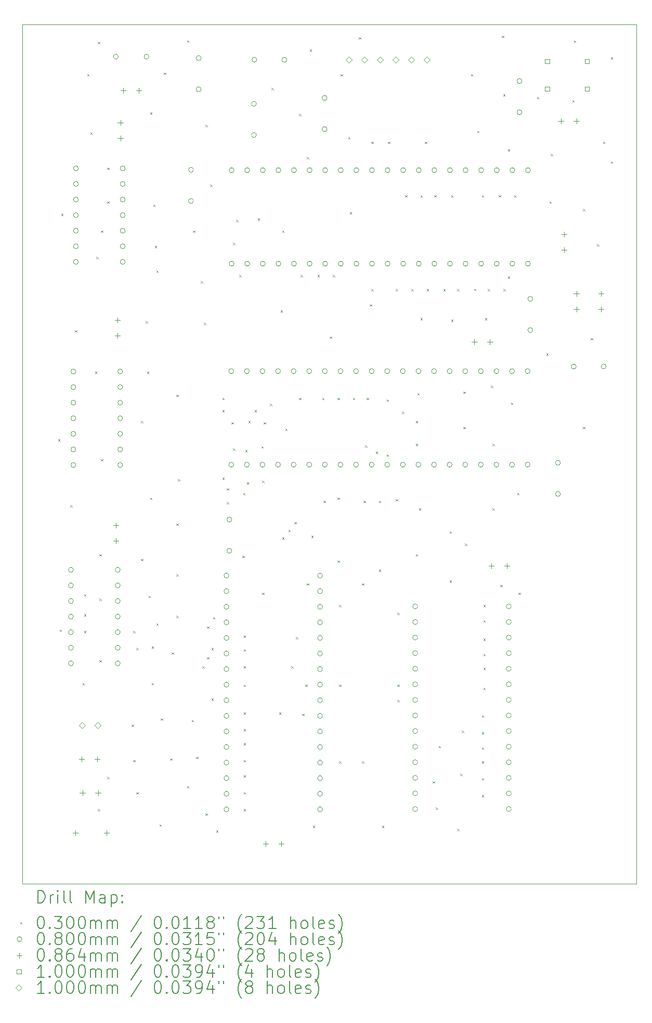
<source format=gbr>
%TF.GenerationSoftware,KiCad,Pcbnew,8.0.6*%
%TF.CreationDate,2024-11-14T10:19:44-05:00*%
%TF.ProjectId,6309-board-prototype-1.kicad_pro,36333039-2d62-46f6-9172-642d70726f74,rev?*%
%TF.SameCoordinates,Original*%
%TF.FileFunction,Drillmap*%
%TF.FilePolarity,Positive*%
%FSLAX45Y45*%
G04 Gerber Fmt 4.5, Leading zero omitted, Abs format (unit mm)*
G04 Created by KiCad (PCBNEW 8.0.6) date 2024-11-14 10:19:44*
%MOMM*%
%LPD*%
G01*
G04 APERTURE LIST*
%ADD10C,0.050000*%
%ADD11C,0.200000*%
%ADD12C,0.100000*%
G04 APERTURE END LIST*
D10*
X2625000Y-1425000D02*
X12625000Y-1425000D01*
X12625000Y-15425000D01*
X2625000Y-15425000D01*
X2625000Y-1425000D01*
D11*
D12*
X3210000Y-8185000D02*
X3240000Y-8215000D01*
X3240000Y-8185000D02*
X3210000Y-8215000D01*
X3235000Y-11285000D02*
X3265000Y-11315000D01*
X3265000Y-11285000D02*
X3235000Y-11315000D01*
X3235000Y-11285000D02*
X3265000Y-11315000D01*
X3265000Y-11285000D02*
X3235000Y-11315000D01*
X3260000Y-4510000D02*
X3290000Y-4540000D01*
X3290000Y-4510000D02*
X3260000Y-4540000D01*
X3410000Y-9260000D02*
X3440000Y-9290000D01*
X3440000Y-9260000D02*
X3410000Y-9290000D01*
X3485000Y-6410000D02*
X3515000Y-6440000D01*
X3515000Y-6410000D02*
X3485000Y-6440000D01*
X3610000Y-12160000D02*
X3640000Y-12190000D01*
X3640000Y-12160000D02*
X3610000Y-12190000D01*
X3635000Y-10710000D02*
X3665000Y-10740000D01*
X3665000Y-10710000D02*
X3635000Y-10740000D01*
X3635000Y-11035000D02*
X3665000Y-11065000D01*
X3665000Y-11035000D02*
X3635000Y-11065000D01*
X3635000Y-11310000D02*
X3665000Y-11340000D01*
X3665000Y-11310000D02*
X3635000Y-11340000D01*
X3685000Y-2235000D02*
X3715000Y-2265000D01*
X3715000Y-2235000D02*
X3685000Y-2265000D01*
X3735000Y-3185000D02*
X3765000Y-3215000D01*
X3765000Y-3185000D02*
X3735000Y-3215000D01*
X3810000Y-7085000D02*
X3840000Y-7115000D01*
X3840000Y-7085000D02*
X3810000Y-7115000D01*
X3835000Y-5210000D02*
X3865000Y-5240000D01*
X3865000Y-5210000D02*
X3835000Y-5240000D01*
X3860000Y-1710000D02*
X3890000Y-1740000D01*
X3890000Y-1710000D02*
X3860000Y-1740000D01*
X3860000Y-14210000D02*
X3890000Y-14240000D01*
X3890000Y-14210000D02*
X3860000Y-14240000D01*
X3885000Y-10060000D02*
X3915000Y-10090000D01*
X3915000Y-10060000D02*
X3885000Y-10090000D01*
X3885000Y-10785000D02*
X3915000Y-10815000D01*
X3915000Y-10785000D02*
X3885000Y-10815000D01*
X3885000Y-11785000D02*
X3915000Y-11815000D01*
X3915000Y-11785000D02*
X3885000Y-11815000D01*
X3910000Y-4785000D02*
X3940000Y-4815000D01*
X3940000Y-4785000D02*
X3910000Y-4815000D01*
X3910000Y-8510000D02*
X3940000Y-8540000D01*
X3940000Y-8510000D02*
X3910000Y-8540000D01*
X4010000Y-3760000D02*
X4040000Y-3790000D01*
X4040000Y-3760000D02*
X4010000Y-3790000D01*
X4010000Y-4310000D02*
X4040000Y-4340000D01*
X4040000Y-4310000D02*
X4010000Y-4340000D01*
X4010000Y-13685000D02*
X4040000Y-13715000D01*
X4040000Y-13685000D02*
X4010000Y-13715000D01*
X4410000Y-12835000D02*
X4440000Y-12865000D01*
X4440000Y-12835000D02*
X4410000Y-12865000D01*
X4435000Y-11310000D02*
X4465000Y-11340000D01*
X4465000Y-11310000D02*
X4435000Y-11340000D01*
X4435000Y-13410000D02*
X4465000Y-13440000D01*
X4465000Y-13410000D02*
X4435000Y-13440000D01*
X4485000Y-11585000D02*
X4515000Y-11615000D01*
X4515000Y-11585000D02*
X4485000Y-11615000D01*
X4485000Y-13935000D02*
X4515000Y-13965000D01*
X4515000Y-13935000D02*
X4485000Y-13965000D01*
X4560000Y-7885000D02*
X4590000Y-7915000D01*
X4590000Y-7885000D02*
X4560000Y-7915000D01*
X4560000Y-10135000D02*
X4590000Y-10165000D01*
X4590000Y-10135000D02*
X4560000Y-10165000D01*
X4635000Y-6260000D02*
X4665000Y-6290000D01*
X4665000Y-6260000D02*
X4635000Y-6290000D01*
X4660000Y-7085000D02*
X4690000Y-7115000D01*
X4690000Y-7085000D02*
X4660000Y-7115000D01*
X4685000Y-10735000D02*
X4715000Y-10765000D01*
X4715000Y-10735000D02*
X4685000Y-10765000D01*
X4710000Y-2860000D02*
X4740000Y-2890000D01*
X4740000Y-2860000D02*
X4710000Y-2890000D01*
X4710000Y-9135000D02*
X4740000Y-9165000D01*
X4740000Y-9135000D02*
X4710000Y-9165000D01*
X4735000Y-11560000D02*
X4765000Y-11590000D01*
X4765000Y-11560000D02*
X4735000Y-11590000D01*
X4735000Y-12160000D02*
X4765000Y-12190000D01*
X4765000Y-12160000D02*
X4735000Y-12190000D01*
X4760000Y-4360000D02*
X4790000Y-4390000D01*
X4790000Y-4360000D02*
X4760000Y-4390000D01*
X4785000Y-5035000D02*
X4815000Y-5065000D01*
X4815000Y-5035000D02*
X4785000Y-5065000D01*
X4810000Y-5435000D02*
X4840000Y-5465000D01*
X4840000Y-5435000D02*
X4810000Y-5465000D01*
X4810000Y-11185000D02*
X4840000Y-11215000D01*
X4840000Y-11185000D02*
X4810000Y-11215000D01*
X4860000Y-14460000D02*
X4890000Y-14490000D01*
X4890000Y-14460000D02*
X4860000Y-14490000D01*
X4885000Y-12735000D02*
X4915000Y-12765000D01*
X4915000Y-12735000D02*
X4885000Y-12765000D01*
X4935000Y-2210000D02*
X4965000Y-2240000D01*
X4965000Y-2210000D02*
X4935000Y-2240000D01*
X5035000Y-13385000D02*
X5065000Y-13415000D01*
X5065000Y-13385000D02*
X5035000Y-13415000D01*
X5060000Y-11660000D02*
X5090000Y-11690000D01*
X5090000Y-11660000D02*
X5060000Y-11690000D01*
X5135000Y-7460000D02*
X5165000Y-7490000D01*
X5165000Y-7460000D02*
X5135000Y-7490000D01*
X5135000Y-9560000D02*
X5165000Y-9590000D01*
X5165000Y-9560000D02*
X5135000Y-9590000D01*
X5135000Y-10385000D02*
X5165000Y-10415000D01*
X5165000Y-10385000D02*
X5135000Y-10415000D01*
X5135000Y-11060000D02*
X5165000Y-11090000D01*
X5165000Y-11060000D02*
X5135000Y-11090000D01*
X5160000Y-8835000D02*
X5190000Y-8865000D01*
X5190000Y-8835000D02*
X5160000Y-8865000D01*
X5310000Y-1685000D02*
X5340000Y-1715000D01*
X5340000Y-1685000D02*
X5310000Y-1715000D01*
X5310000Y-13835000D02*
X5340000Y-13865000D01*
X5340000Y-13835000D02*
X5310000Y-13865000D01*
X5385000Y-12760000D02*
X5415000Y-12790000D01*
X5415000Y-12760000D02*
X5385000Y-12790000D01*
X5410000Y-4785000D02*
X5440000Y-4815000D01*
X5440000Y-4785000D02*
X5410000Y-4815000D01*
X5460000Y-13360000D02*
X5490000Y-13390000D01*
X5490000Y-13360000D02*
X5460000Y-13390000D01*
X5535000Y-5610000D02*
X5565000Y-5640000D01*
X5565000Y-5610000D02*
X5535000Y-5640000D01*
X5560000Y-11885000D02*
X5590000Y-11915000D01*
X5590000Y-11885000D02*
X5560000Y-11915000D01*
X5585000Y-6285000D02*
X5615000Y-6315000D01*
X5615000Y-6285000D02*
X5585000Y-6315000D01*
X5610000Y-3060000D02*
X5640000Y-3090000D01*
X5640000Y-3060000D02*
X5610000Y-3090000D01*
X5610000Y-14285000D02*
X5640000Y-14315000D01*
X5640000Y-14285000D02*
X5610000Y-14315000D01*
X5635000Y-11235000D02*
X5665000Y-11265000D01*
X5665000Y-11235000D02*
X5635000Y-11265000D01*
X5635000Y-11735000D02*
X5665000Y-11765000D01*
X5665000Y-11735000D02*
X5635000Y-11765000D01*
X5685000Y-4035000D02*
X5715000Y-4065000D01*
X5715000Y-4035000D02*
X5685000Y-4065000D01*
X5710000Y-11585000D02*
X5740000Y-11615000D01*
X5740000Y-11585000D02*
X5710000Y-11615000D01*
X5710000Y-12410000D02*
X5740000Y-12440000D01*
X5740000Y-12410000D02*
X5710000Y-12440000D01*
X5735000Y-11085000D02*
X5765000Y-11115000D01*
X5765000Y-11085000D02*
X5735000Y-11115000D01*
X5785000Y-14560000D02*
X5815000Y-14590000D01*
X5815000Y-14560000D02*
X5785000Y-14590000D01*
X5885000Y-7510000D02*
X5915000Y-7540000D01*
X5915000Y-7510000D02*
X5885000Y-7540000D01*
X5885000Y-7710000D02*
X5915000Y-7740000D01*
X5915000Y-7710000D02*
X5885000Y-7740000D01*
X5885000Y-8810000D02*
X5915000Y-8840000D01*
X5915000Y-8810000D02*
X5885000Y-8840000D01*
X5960000Y-8985000D02*
X5990000Y-9015000D01*
X5990000Y-8985000D02*
X5960000Y-9015000D01*
X5960000Y-9210000D02*
X5990000Y-9240000D01*
X5990000Y-9210000D02*
X5960000Y-9240000D01*
X6035000Y-7910000D02*
X6065000Y-7940000D01*
X6065000Y-7910000D02*
X6035000Y-7940000D01*
X6060000Y-4985000D02*
X6090000Y-5015000D01*
X6090000Y-4985000D02*
X6060000Y-5015000D01*
X6060000Y-8335000D02*
X6090000Y-8365000D01*
X6090000Y-8335000D02*
X6060000Y-8365000D01*
X6110000Y-4610000D02*
X6140000Y-4640000D01*
X6140000Y-4610000D02*
X6110000Y-4640000D01*
X6160000Y-5510000D02*
X6190000Y-5540000D01*
X6190000Y-5510000D02*
X6160000Y-5540000D01*
X6210000Y-10085000D02*
X6240000Y-10115000D01*
X6240000Y-10085000D02*
X6210000Y-10115000D01*
X6225000Y-9060000D02*
X6255000Y-9090000D01*
X6255000Y-9060000D02*
X6225000Y-9090000D01*
X6235000Y-11385000D02*
X6265000Y-11415000D01*
X6265000Y-11385000D02*
X6235000Y-11415000D01*
X6235000Y-11610000D02*
X6265000Y-11640000D01*
X6265000Y-11610000D02*
X6235000Y-11640000D01*
X6235000Y-11885000D02*
X6265000Y-11915000D01*
X6265000Y-11885000D02*
X6235000Y-11915000D01*
X6235000Y-12185000D02*
X6265000Y-12215000D01*
X6265000Y-12185000D02*
X6235000Y-12215000D01*
X6235000Y-12635000D02*
X6265000Y-12665000D01*
X6265000Y-12635000D02*
X6235000Y-12665000D01*
X6235000Y-12910000D02*
X6265000Y-12940000D01*
X6265000Y-12910000D02*
X6235000Y-12940000D01*
X6235000Y-13135000D02*
X6265000Y-13165000D01*
X6265000Y-13135000D02*
X6235000Y-13165000D01*
X6235000Y-13410000D02*
X6265000Y-13440000D01*
X6265000Y-13410000D02*
X6235000Y-13440000D01*
X6235000Y-13660000D02*
X6265000Y-13690000D01*
X6265000Y-13660000D02*
X6235000Y-13690000D01*
X6235000Y-13935000D02*
X6265000Y-13965000D01*
X6265000Y-13935000D02*
X6235000Y-13965000D01*
X6235000Y-14210000D02*
X6265000Y-14240000D01*
X6265000Y-14210000D02*
X6235000Y-14240000D01*
X6260000Y-8360000D02*
X6290000Y-8390000D01*
X6290000Y-8360000D02*
X6260000Y-8390000D01*
X6285000Y-8885000D02*
X6315000Y-8915000D01*
X6315000Y-8885000D02*
X6285000Y-8915000D01*
X6310000Y-7885000D02*
X6340000Y-7915000D01*
X6340000Y-7885000D02*
X6310000Y-7915000D01*
X6410000Y-7710000D02*
X6440000Y-7740000D01*
X6440000Y-7710000D02*
X6410000Y-7740000D01*
X6460000Y-4585000D02*
X6490000Y-4615000D01*
X6490000Y-4585000D02*
X6460000Y-4615000D01*
X6523000Y-8297000D02*
X6553000Y-8327000D01*
X6553000Y-8297000D02*
X6523000Y-8327000D01*
X6535000Y-8860000D02*
X6565000Y-8890000D01*
X6565000Y-8860000D02*
X6535000Y-8890000D01*
X6535000Y-10685000D02*
X6565000Y-10715000D01*
X6565000Y-10685000D02*
X6535000Y-10715000D01*
X6560000Y-7910000D02*
X6590000Y-7940000D01*
X6590000Y-7910000D02*
X6560000Y-7940000D01*
X6660000Y-7610000D02*
X6690000Y-7640000D01*
X6690000Y-7610000D02*
X6660000Y-7640000D01*
X6685000Y-2460000D02*
X6715000Y-2490000D01*
X6715000Y-2460000D02*
X6685000Y-2490000D01*
X6810000Y-12635000D02*
X6840000Y-12665000D01*
X6840000Y-12635000D02*
X6810000Y-12665000D01*
X6835000Y-6085000D02*
X6865000Y-6115000D01*
X6865000Y-6085000D02*
X6835000Y-6115000D01*
X6860000Y-4785000D02*
X6890000Y-4815000D01*
X6890000Y-4785000D02*
X6860000Y-4815000D01*
X6860000Y-9785000D02*
X6890000Y-9815000D01*
X6890000Y-9785000D02*
X6860000Y-9815000D01*
X6910000Y-8010000D02*
X6940000Y-8040000D01*
X6940000Y-8010000D02*
X6910000Y-8040000D01*
X6960000Y-9660000D02*
X6990000Y-9690000D01*
X6990000Y-9660000D02*
X6960000Y-9690000D01*
X7010000Y-11885000D02*
X7040000Y-11915000D01*
X7040000Y-11885000D02*
X7010000Y-11915000D01*
X7060000Y-9535000D02*
X7090000Y-9565000D01*
X7090000Y-9535000D02*
X7060000Y-9565000D01*
X7085000Y-11410000D02*
X7115000Y-11440000D01*
X7115000Y-11410000D02*
X7085000Y-11440000D01*
X7135000Y-2885000D02*
X7165000Y-2915000D01*
X7165000Y-2885000D02*
X7135000Y-2915000D01*
X7135000Y-7510000D02*
X7165000Y-7540000D01*
X7165000Y-7510000D02*
X7135000Y-7540000D01*
X7160000Y-5510000D02*
X7190000Y-5540000D01*
X7190000Y-5510000D02*
X7160000Y-5540000D01*
X7185000Y-12660000D02*
X7215000Y-12690000D01*
X7215000Y-12660000D02*
X7185000Y-12690000D01*
X7235000Y-12185000D02*
X7265000Y-12215000D01*
X7265000Y-12185000D02*
X7235000Y-12215000D01*
X7260000Y-3585000D02*
X7290000Y-3615000D01*
X7290000Y-3585000D02*
X7260000Y-3615000D01*
X7260000Y-10535000D02*
X7290000Y-10565000D01*
X7290000Y-10535000D02*
X7260000Y-10565000D01*
X7310000Y-1835000D02*
X7340000Y-1865000D01*
X7340000Y-1835000D02*
X7310000Y-1865000D01*
X7335000Y-9760000D02*
X7365000Y-9790000D01*
X7365000Y-9760000D02*
X7335000Y-9790000D01*
X7360000Y-14485000D02*
X7390000Y-14515000D01*
X7390000Y-14485000D02*
X7360000Y-14515000D01*
X7435000Y-5510000D02*
X7465000Y-5540000D01*
X7465000Y-5510000D02*
X7435000Y-5540000D01*
X7510000Y-7510000D02*
X7540000Y-7540000D01*
X7540000Y-7510000D02*
X7510000Y-7540000D01*
X7535000Y-9185000D02*
X7565000Y-9215000D01*
X7565000Y-9185000D02*
X7535000Y-9215000D01*
X7635000Y-6510000D02*
X7665000Y-6540000D01*
X7665000Y-6510000D02*
X7635000Y-6540000D01*
X7685000Y-5510000D02*
X7715000Y-5540000D01*
X7715000Y-5510000D02*
X7685000Y-5540000D01*
X7760000Y-7510000D02*
X7790000Y-7540000D01*
X7790000Y-7510000D02*
X7760000Y-7540000D01*
X7760000Y-9135000D02*
X7790000Y-9165000D01*
X7790000Y-9135000D02*
X7760000Y-9165000D01*
X7760000Y-10160000D02*
X7790000Y-10190000D01*
X7790000Y-10160000D02*
X7760000Y-10190000D01*
X7785000Y-10885000D02*
X7815000Y-10915000D01*
X7815000Y-10885000D02*
X7785000Y-10915000D01*
X7785000Y-12185000D02*
X7815000Y-12215000D01*
X7815000Y-12185000D02*
X7785000Y-12215000D01*
X7785000Y-13435000D02*
X7815000Y-13465000D01*
X7815000Y-13435000D02*
X7785000Y-13465000D01*
X7810000Y-2235000D02*
X7840000Y-2265000D01*
X7840000Y-2235000D02*
X7810000Y-2265000D01*
X7935000Y-3260000D02*
X7965000Y-3290000D01*
X7965000Y-3260000D02*
X7935000Y-3290000D01*
X7960000Y-4485000D02*
X7990000Y-4515000D01*
X7990000Y-4485000D02*
X7960000Y-4515000D01*
X8010000Y-7510000D02*
X8040000Y-7540000D01*
X8040000Y-7510000D02*
X8010000Y-7540000D01*
X8110000Y-1635000D02*
X8140000Y-1665000D01*
X8140000Y-1635000D02*
X8110000Y-1665000D01*
X8160000Y-10535000D02*
X8190000Y-10565000D01*
X8190000Y-10535000D02*
X8160000Y-10565000D01*
X8160000Y-13435000D02*
X8190000Y-13465000D01*
X8190000Y-13435000D02*
X8160000Y-13465000D01*
X8185000Y-9185000D02*
X8215000Y-9215000D01*
X8215000Y-9185000D02*
X8185000Y-9215000D01*
X8210000Y-8285000D02*
X8240000Y-8315000D01*
X8240000Y-8285000D02*
X8210000Y-8315000D01*
X8235000Y-7510000D02*
X8265000Y-7540000D01*
X8265000Y-7510000D02*
X8235000Y-7540000D01*
X8285000Y-5985000D02*
X8315000Y-6015000D01*
X8315000Y-5985000D02*
X8285000Y-6015000D01*
X8310000Y-3335000D02*
X8340000Y-3365000D01*
X8340000Y-3335000D02*
X8310000Y-3365000D01*
X8310000Y-5735000D02*
X8340000Y-5765000D01*
X8340000Y-5735000D02*
X8310000Y-5765000D01*
X8385000Y-8385000D02*
X8415000Y-8415000D01*
X8415000Y-8385000D02*
X8385000Y-8415000D01*
X8435000Y-9185000D02*
X8465000Y-9215000D01*
X8465000Y-9185000D02*
X8435000Y-9215000D01*
X8435000Y-10310000D02*
X8465000Y-10340000D01*
X8465000Y-10310000D02*
X8435000Y-10340000D01*
X8485000Y-14485000D02*
X8515000Y-14515000D01*
X8515000Y-14485000D02*
X8485000Y-14515000D01*
X8560000Y-7535000D02*
X8590000Y-7565000D01*
X8590000Y-7535000D02*
X8560000Y-7565000D01*
X8560000Y-8435000D02*
X8590000Y-8465000D01*
X8590000Y-8435000D02*
X8560000Y-8465000D01*
X8585000Y-3335000D02*
X8615000Y-3365000D01*
X8615000Y-3335000D02*
X8585000Y-3365000D01*
X8709718Y-5734718D02*
X8739718Y-5764718D01*
X8739718Y-5734718D02*
X8709718Y-5764718D01*
X8710000Y-9160000D02*
X8740000Y-9190000D01*
X8740000Y-9160000D02*
X8710000Y-9190000D01*
X8735000Y-11010000D02*
X8765000Y-11040000D01*
X8765000Y-11010000D02*
X8735000Y-11040000D01*
X8735000Y-12185000D02*
X8765000Y-12215000D01*
X8765000Y-12185000D02*
X8735000Y-12215000D01*
X8735000Y-12435000D02*
X8765000Y-12465000D01*
X8765000Y-12435000D02*
X8735000Y-12465000D01*
X8810000Y-7735000D02*
X8840000Y-7765000D01*
X8840000Y-7735000D02*
X8810000Y-7765000D01*
X8860000Y-4210000D02*
X8890000Y-4240000D01*
X8890000Y-4210000D02*
X8860000Y-4240000D01*
X8961718Y-5736718D02*
X8991718Y-5766718D01*
X8991718Y-5736718D02*
X8961718Y-5766718D01*
X9035000Y-7885000D02*
X9065000Y-7915000D01*
X9065000Y-7885000D02*
X9035000Y-7915000D01*
X9035000Y-8260000D02*
X9065000Y-8290000D01*
X9065000Y-8260000D02*
X9035000Y-8290000D01*
X9035000Y-10060000D02*
X9065000Y-10090000D01*
X9065000Y-10060000D02*
X9035000Y-10090000D01*
X9060000Y-7435000D02*
X9090000Y-7465000D01*
X9090000Y-7435000D02*
X9060000Y-7465000D01*
X9085000Y-9310000D02*
X9115000Y-9340000D01*
X9115000Y-9310000D02*
X9085000Y-9340000D01*
X9110000Y-4210000D02*
X9140000Y-4240000D01*
X9140000Y-4210000D02*
X9110000Y-4240000D01*
X9110000Y-6210000D02*
X9140000Y-6240000D01*
X9140000Y-6210000D02*
X9110000Y-6240000D01*
X9185000Y-3335000D02*
X9215000Y-3365000D01*
X9215000Y-3335000D02*
X9185000Y-3365000D01*
X9213718Y-5738718D02*
X9243718Y-5768718D01*
X9243718Y-5738718D02*
X9213718Y-5768718D01*
X9310000Y-13760000D02*
X9340000Y-13790000D01*
X9340000Y-13760000D02*
X9310000Y-13790000D01*
X9335000Y-4210000D02*
X9365000Y-4240000D01*
X9365000Y-4210000D02*
X9335000Y-4240000D01*
X9360000Y-14185000D02*
X9390000Y-14215000D01*
X9390000Y-14185000D02*
X9360000Y-14215000D01*
X9410000Y-13185000D02*
X9440000Y-13215000D01*
X9440000Y-13185000D02*
X9410000Y-13215000D01*
X9485000Y-5735000D02*
X9515000Y-5765000D01*
X9515000Y-5735000D02*
X9485000Y-5765000D01*
X9585000Y-9685000D02*
X9615000Y-9715000D01*
X9615000Y-9685000D02*
X9585000Y-9715000D01*
X9585000Y-10485000D02*
X9615000Y-10515000D01*
X9615000Y-10485000D02*
X9585000Y-10515000D01*
X9610000Y-4210000D02*
X9640000Y-4240000D01*
X9640000Y-4210000D02*
X9610000Y-4240000D01*
X9610000Y-6235000D02*
X9640000Y-6265000D01*
X9640000Y-6235000D02*
X9610000Y-6265000D01*
X9710000Y-5735000D02*
X9740000Y-5765000D01*
X9740000Y-5735000D02*
X9710000Y-5765000D01*
X9710000Y-14535000D02*
X9740000Y-14565000D01*
X9740000Y-14535000D02*
X9710000Y-14565000D01*
X9760000Y-13635000D02*
X9790000Y-13665000D01*
X9790000Y-13635000D02*
X9760000Y-13665000D01*
X9785000Y-12935000D02*
X9815000Y-12965000D01*
X9815000Y-12935000D02*
X9785000Y-12965000D01*
X9810000Y-7410000D02*
X9840000Y-7440000D01*
X9840000Y-7410000D02*
X9810000Y-7440000D01*
X9810000Y-7985000D02*
X9840000Y-8015000D01*
X9840000Y-7985000D02*
X9810000Y-8015000D01*
X9835000Y-9885000D02*
X9865000Y-9915000D01*
X9865000Y-9885000D02*
X9835000Y-9915000D01*
X9935000Y-2235000D02*
X9965000Y-2265000D01*
X9965000Y-2235000D02*
X9935000Y-2265000D01*
X9982218Y-5732218D02*
X10012218Y-5762218D01*
X10012218Y-5732218D02*
X9982218Y-5762218D01*
X10035000Y-3160000D02*
X10065000Y-3190000D01*
X10065000Y-3160000D02*
X10035000Y-3190000D01*
X10110000Y-4210000D02*
X10140000Y-4240000D01*
X10140000Y-4210000D02*
X10110000Y-4240000D01*
X10110000Y-12685000D02*
X10140000Y-12715000D01*
X10140000Y-12685000D02*
X10110000Y-12715000D01*
X10110000Y-12960000D02*
X10140000Y-12990000D01*
X10140000Y-12960000D02*
X10110000Y-12990000D01*
X10110000Y-13210000D02*
X10140000Y-13240000D01*
X10140000Y-13210000D02*
X10110000Y-13240000D01*
X10110000Y-13435000D02*
X10140000Y-13465000D01*
X10140000Y-13435000D02*
X10110000Y-13465000D01*
X10110000Y-13710000D02*
X10140000Y-13740000D01*
X10140000Y-13710000D02*
X10110000Y-13740000D01*
X10110000Y-13985000D02*
X10140000Y-14015000D01*
X10140000Y-13985000D02*
X10110000Y-14015000D01*
X10135000Y-10885000D02*
X10165000Y-10915000D01*
X10165000Y-10885000D02*
X10135000Y-10915000D01*
X10135000Y-11135000D02*
X10165000Y-11165000D01*
X10165000Y-11135000D02*
X10135000Y-11165000D01*
X10135000Y-11435000D02*
X10165000Y-11465000D01*
X10165000Y-11435000D02*
X10135000Y-11465000D01*
X10135000Y-11685000D02*
X10165000Y-11715000D01*
X10165000Y-11685000D02*
X10135000Y-11715000D01*
X10135000Y-11910000D02*
X10165000Y-11940000D01*
X10165000Y-11910000D02*
X10135000Y-11940000D01*
X10135000Y-12235000D02*
X10165000Y-12265000D01*
X10165000Y-12235000D02*
X10135000Y-12265000D01*
X10160000Y-6210000D02*
X10190000Y-6240000D01*
X10190000Y-6210000D02*
X10160000Y-6240000D01*
X10210000Y-5735000D02*
X10240000Y-5765000D01*
X10240000Y-5735000D02*
X10210000Y-5765000D01*
X10260000Y-7310000D02*
X10290000Y-7340000D01*
X10290000Y-7310000D02*
X10260000Y-7340000D01*
X10285000Y-8260000D02*
X10315000Y-8290000D01*
X10315000Y-8260000D02*
X10285000Y-8290000D01*
X10285000Y-9310000D02*
X10315000Y-9340000D01*
X10315000Y-9310000D02*
X10285000Y-9340000D01*
X10385000Y-4210000D02*
X10415000Y-4240000D01*
X10415000Y-4210000D02*
X10385000Y-4240000D01*
X10410000Y-10560000D02*
X10440000Y-10590000D01*
X10440000Y-10560000D02*
X10410000Y-10590000D01*
X10435000Y-1610000D02*
X10465000Y-1640000D01*
X10465000Y-1610000D02*
X10435000Y-1640000D01*
X10460000Y-2560000D02*
X10490000Y-2590000D01*
X10490000Y-2560000D02*
X10460000Y-2590000D01*
X10462927Y-5737926D02*
X10492927Y-5767926D01*
X10492927Y-5737926D02*
X10462927Y-5767926D01*
X10535000Y-3460000D02*
X10565000Y-3490000D01*
X10565000Y-3460000D02*
X10535000Y-3490000D01*
X10535000Y-5535000D02*
X10565000Y-5565000D01*
X10565000Y-5535000D02*
X10535000Y-5565000D01*
X10585000Y-7585000D02*
X10615000Y-7615000D01*
X10615000Y-7585000D02*
X10585000Y-7615000D01*
X10635000Y-4210000D02*
X10665000Y-4240000D01*
X10665000Y-4210000D02*
X10635000Y-4240000D01*
X10685000Y-9060000D02*
X10715000Y-9090000D01*
X10715000Y-9060000D02*
X10685000Y-9090000D01*
X10710000Y-10685000D02*
X10740000Y-10715000D01*
X10740000Y-10685000D02*
X10710000Y-10715000D01*
X11010000Y-2610000D02*
X11040000Y-2640000D01*
X11040000Y-2610000D02*
X11010000Y-2640000D01*
X11160000Y-6785000D02*
X11190000Y-6815000D01*
X11190000Y-6785000D02*
X11160000Y-6815000D01*
X11210000Y-4310000D02*
X11240000Y-4340000D01*
X11240000Y-4310000D02*
X11210000Y-4340000D01*
X11235000Y-3535000D02*
X11265000Y-3565000D01*
X11265000Y-3535000D02*
X11235000Y-3565000D01*
X11585000Y-2660000D02*
X11615000Y-2690000D01*
X11615000Y-2660000D02*
X11585000Y-2690000D01*
X11610000Y-1685000D02*
X11640000Y-1715000D01*
X11640000Y-1685000D02*
X11610000Y-1715000D01*
X11760000Y-4435000D02*
X11790000Y-4465000D01*
X11790000Y-4435000D02*
X11760000Y-4465000D01*
X11760000Y-7985000D02*
X11790000Y-8015000D01*
X11790000Y-7985000D02*
X11760000Y-8015000D01*
X11885000Y-6535000D02*
X11915000Y-6565000D01*
X11915000Y-6535000D02*
X11885000Y-6565000D01*
X11985000Y-5010000D02*
X12015000Y-5040000D01*
X12015000Y-5010000D02*
X11985000Y-5040000D01*
X12085000Y-3335000D02*
X12115000Y-3365000D01*
X12115000Y-3335000D02*
X12085000Y-3365000D01*
X12210000Y-1960000D02*
X12240000Y-1990000D01*
X12240000Y-1960000D02*
X12210000Y-1990000D01*
X12210000Y-3660000D02*
X12240000Y-3690000D01*
X12240000Y-3660000D02*
X12210000Y-3690000D01*
X3460000Y-10312500D02*
G75*
G02*
X3380000Y-10312500I-40000J0D01*
G01*
X3380000Y-10312500D02*
G75*
G02*
X3460000Y-10312500I40000J0D01*
G01*
X3460000Y-10566500D02*
G75*
G02*
X3380000Y-10566500I-40000J0D01*
G01*
X3380000Y-10566500D02*
G75*
G02*
X3460000Y-10566500I40000J0D01*
G01*
X3460000Y-10820500D02*
G75*
G02*
X3380000Y-10820500I-40000J0D01*
G01*
X3380000Y-10820500D02*
G75*
G02*
X3460000Y-10820500I40000J0D01*
G01*
X3460000Y-11074500D02*
G75*
G02*
X3380000Y-11074500I-40000J0D01*
G01*
X3380000Y-11074500D02*
G75*
G02*
X3460000Y-11074500I40000J0D01*
G01*
X3460000Y-11328500D02*
G75*
G02*
X3380000Y-11328500I-40000J0D01*
G01*
X3380000Y-11328500D02*
G75*
G02*
X3460000Y-11328500I40000J0D01*
G01*
X3460000Y-11582500D02*
G75*
G02*
X3380000Y-11582500I-40000J0D01*
G01*
X3380000Y-11582500D02*
G75*
G02*
X3460000Y-11582500I40000J0D01*
G01*
X3460000Y-11836500D02*
G75*
G02*
X3380000Y-11836500I-40000J0D01*
G01*
X3380000Y-11836500D02*
G75*
G02*
X3460000Y-11836500I40000J0D01*
G01*
X3500000Y-7080000D02*
G75*
G02*
X3420000Y-7080000I-40000J0D01*
G01*
X3420000Y-7080000D02*
G75*
G02*
X3500000Y-7080000I40000J0D01*
G01*
X3500000Y-7334000D02*
G75*
G02*
X3420000Y-7334000I-40000J0D01*
G01*
X3420000Y-7334000D02*
G75*
G02*
X3500000Y-7334000I40000J0D01*
G01*
X3500000Y-7588000D02*
G75*
G02*
X3420000Y-7588000I-40000J0D01*
G01*
X3420000Y-7588000D02*
G75*
G02*
X3500000Y-7588000I40000J0D01*
G01*
X3500000Y-7842000D02*
G75*
G02*
X3420000Y-7842000I-40000J0D01*
G01*
X3420000Y-7842000D02*
G75*
G02*
X3500000Y-7842000I40000J0D01*
G01*
X3500000Y-8096000D02*
G75*
G02*
X3420000Y-8096000I-40000J0D01*
G01*
X3420000Y-8096000D02*
G75*
G02*
X3500000Y-8096000I40000J0D01*
G01*
X3500000Y-8350000D02*
G75*
G02*
X3420000Y-8350000I-40000J0D01*
G01*
X3420000Y-8350000D02*
G75*
G02*
X3500000Y-8350000I40000J0D01*
G01*
X3500000Y-8604000D02*
G75*
G02*
X3420000Y-8604000I-40000J0D01*
G01*
X3420000Y-8604000D02*
G75*
G02*
X3500000Y-8604000I40000J0D01*
G01*
X3540000Y-3771000D02*
G75*
G02*
X3460000Y-3771000I-40000J0D01*
G01*
X3460000Y-3771000D02*
G75*
G02*
X3540000Y-3771000I40000J0D01*
G01*
X3540000Y-4025000D02*
G75*
G02*
X3460000Y-4025000I-40000J0D01*
G01*
X3460000Y-4025000D02*
G75*
G02*
X3540000Y-4025000I40000J0D01*
G01*
X3540000Y-4279000D02*
G75*
G02*
X3460000Y-4279000I-40000J0D01*
G01*
X3460000Y-4279000D02*
G75*
G02*
X3540000Y-4279000I40000J0D01*
G01*
X3540000Y-4533000D02*
G75*
G02*
X3460000Y-4533000I-40000J0D01*
G01*
X3460000Y-4533000D02*
G75*
G02*
X3540000Y-4533000I40000J0D01*
G01*
X3540000Y-4787000D02*
G75*
G02*
X3460000Y-4787000I-40000J0D01*
G01*
X3460000Y-4787000D02*
G75*
G02*
X3540000Y-4787000I40000J0D01*
G01*
X3540000Y-5041000D02*
G75*
G02*
X3460000Y-5041000I-40000J0D01*
G01*
X3460000Y-5041000D02*
G75*
G02*
X3540000Y-5041000I40000J0D01*
G01*
X3540000Y-5295000D02*
G75*
G02*
X3460000Y-5295000I-40000J0D01*
G01*
X3460000Y-5295000D02*
G75*
G02*
X3540000Y-5295000I40000J0D01*
G01*
X4190000Y-1950000D02*
G75*
G02*
X4110000Y-1950000I-40000J0D01*
G01*
X4110000Y-1950000D02*
G75*
G02*
X4190000Y-1950000I40000J0D01*
G01*
X4222000Y-10312500D02*
G75*
G02*
X4142000Y-10312500I-40000J0D01*
G01*
X4142000Y-10312500D02*
G75*
G02*
X4222000Y-10312500I40000J0D01*
G01*
X4222000Y-10566500D02*
G75*
G02*
X4142000Y-10566500I-40000J0D01*
G01*
X4142000Y-10566500D02*
G75*
G02*
X4222000Y-10566500I40000J0D01*
G01*
X4222000Y-10820500D02*
G75*
G02*
X4142000Y-10820500I-40000J0D01*
G01*
X4142000Y-10820500D02*
G75*
G02*
X4222000Y-10820500I40000J0D01*
G01*
X4222000Y-11074500D02*
G75*
G02*
X4142000Y-11074500I-40000J0D01*
G01*
X4142000Y-11074500D02*
G75*
G02*
X4222000Y-11074500I40000J0D01*
G01*
X4222000Y-11328500D02*
G75*
G02*
X4142000Y-11328500I-40000J0D01*
G01*
X4142000Y-11328500D02*
G75*
G02*
X4222000Y-11328500I40000J0D01*
G01*
X4222000Y-11582500D02*
G75*
G02*
X4142000Y-11582500I-40000J0D01*
G01*
X4142000Y-11582500D02*
G75*
G02*
X4222000Y-11582500I40000J0D01*
G01*
X4222000Y-11836500D02*
G75*
G02*
X4142000Y-11836500I-40000J0D01*
G01*
X4142000Y-11836500D02*
G75*
G02*
X4222000Y-11836500I40000J0D01*
G01*
X4262000Y-7080000D02*
G75*
G02*
X4182000Y-7080000I-40000J0D01*
G01*
X4182000Y-7080000D02*
G75*
G02*
X4262000Y-7080000I40000J0D01*
G01*
X4262000Y-7334000D02*
G75*
G02*
X4182000Y-7334000I-40000J0D01*
G01*
X4182000Y-7334000D02*
G75*
G02*
X4262000Y-7334000I40000J0D01*
G01*
X4262000Y-7588000D02*
G75*
G02*
X4182000Y-7588000I-40000J0D01*
G01*
X4182000Y-7588000D02*
G75*
G02*
X4262000Y-7588000I40000J0D01*
G01*
X4262000Y-7842000D02*
G75*
G02*
X4182000Y-7842000I-40000J0D01*
G01*
X4182000Y-7842000D02*
G75*
G02*
X4262000Y-7842000I40000J0D01*
G01*
X4262000Y-8096000D02*
G75*
G02*
X4182000Y-8096000I-40000J0D01*
G01*
X4182000Y-8096000D02*
G75*
G02*
X4262000Y-8096000I40000J0D01*
G01*
X4262000Y-8350000D02*
G75*
G02*
X4182000Y-8350000I-40000J0D01*
G01*
X4182000Y-8350000D02*
G75*
G02*
X4262000Y-8350000I40000J0D01*
G01*
X4262000Y-8604000D02*
G75*
G02*
X4182000Y-8604000I-40000J0D01*
G01*
X4182000Y-8604000D02*
G75*
G02*
X4262000Y-8604000I40000J0D01*
G01*
X4302000Y-3771000D02*
G75*
G02*
X4222000Y-3771000I-40000J0D01*
G01*
X4222000Y-3771000D02*
G75*
G02*
X4302000Y-3771000I40000J0D01*
G01*
X4302000Y-4025000D02*
G75*
G02*
X4222000Y-4025000I-40000J0D01*
G01*
X4222000Y-4025000D02*
G75*
G02*
X4302000Y-4025000I40000J0D01*
G01*
X4302000Y-4279000D02*
G75*
G02*
X4222000Y-4279000I-40000J0D01*
G01*
X4222000Y-4279000D02*
G75*
G02*
X4302000Y-4279000I40000J0D01*
G01*
X4302000Y-4533000D02*
G75*
G02*
X4222000Y-4533000I-40000J0D01*
G01*
X4222000Y-4533000D02*
G75*
G02*
X4302000Y-4533000I40000J0D01*
G01*
X4302000Y-4787000D02*
G75*
G02*
X4222000Y-4787000I-40000J0D01*
G01*
X4222000Y-4787000D02*
G75*
G02*
X4302000Y-4787000I40000J0D01*
G01*
X4302000Y-5041000D02*
G75*
G02*
X4222000Y-5041000I-40000J0D01*
G01*
X4222000Y-5041000D02*
G75*
G02*
X4302000Y-5041000I40000J0D01*
G01*
X4302000Y-5295000D02*
G75*
G02*
X4222000Y-5295000I-40000J0D01*
G01*
X4222000Y-5295000D02*
G75*
G02*
X4302000Y-5295000I40000J0D01*
G01*
X4690000Y-1950000D02*
G75*
G02*
X4610000Y-1950000I-40000J0D01*
G01*
X4610000Y-1950000D02*
G75*
G02*
X4690000Y-1950000I40000J0D01*
G01*
X5415000Y-3793500D02*
G75*
G02*
X5335000Y-3793500I-40000J0D01*
G01*
X5335000Y-3793500D02*
G75*
G02*
X5415000Y-3793500I40000J0D01*
G01*
X5415000Y-4301500D02*
G75*
G02*
X5335000Y-4301500I-40000J0D01*
G01*
X5335000Y-4301500D02*
G75*
G02*
X5415000Y-4301500I40000J0D01*
G01*
X5540000Y-1973500D02*
G75*
G02*
X5460000Y-1973500I-40000J0D01*
G01*
X5460000Y-1973500D02*
G75*
G02*
X5540000Y-1973500I40000J0D01*
G01*
X5540000Y-2481500D02*
G75*
G02*
X5460000Y-2481500I-40000J0D01*
G01*
X5460000Y-2481500D02*
G75*
G02*
X5540000Y-2481500I40000J0D01*
G01*
X5992000Y-10406000D02*
G75*
G02*
X5912000Y-10406000I-40000J0D01*
G01*
X5912000Y-10406000D02*
G75*
G02*
X5992000Y-10406000I40000J0D01*
G01*
X5992000Y-10660000D02*
G75*
G02*
X5912000Y-10660000I-40000J0D01*
G01*
X5912000Y-10660000D02*
G75*
G02*
X5992000Y-10660000I40000J0D01*
G01*
X5992000Y-10914000D02*
G75*
G02*
X5912000Y-10914000I-40000J0D01*
G01*
X5912000Y-10914000D02*
G75*
G02*
X5992000Y-10914000I40000J0D01*
G01*
X5992000Y-11168000D02*
G75*
G02*
X5912000Y-11168000I-40000J0D01*
G01*
X5912000Y-11168000D02*
G75*
G02*
X5992000Y-11168000I40000J0D01*
G01*
X5992000Y-11422000D02*
G75*
G02*
X5912000Y-11422000I-40000J0D01*
G01*
X5912000Y-11422000D02*
G75*
G02*
X5992000Y-11422000I40000J0D01*
G01*
X5992000Y-11676000D02*
G75*
G02*
X5912000Y-11676000I-40000J0D01*
G01*
X5912000Y-11676000D02*
G75*
G02*
X5992000Y-11676000I40000J0D01*
G01*
X5992000Y-11930000D02*
G75*
G02*
X5912000Y-11930000I-40000J0D01*
G01*
X5912000Y-11930000D02*
G75*
G02*
X5992000Y-11930000I40000J0D01*
G01*
X5992000Y-12184000D02*
G75*
G02*
X5912000Y-12184000I-40000J0D01*
G01*
X5912000Y-12184000D02*
G75*
G02*
X5992000Y-12184000I40000J0D01*
G01*
X5992000Y-12438000D02*
G75*
G02*
X5912000Y-12438000I-40000J0D01*
G01*
X5912000Y-12438000D02*
G75*
G02*
X5992000Y-12438000I40000J0D01*
G01*
X5992000Y-12692000D02*
G75*
G02*
X5912000Y-12692000I-40000J0D01*
G01*
X5912000Y-12692000D02*
G75*
G02*
X5992000Y-12692000I40000J0D01*
G01*
X5992000Y-12946000D02*
G75*
G02*
X5912000Y-12946000I-40000J0D01*
G01*
X5912000Y-12946000D02*
G75*
G02*
X5992000Y-12946000I40000J0D01*
G01*
X5992000Y-13200000D02*
G75*
G02*
X5912000Y-13200000I-40000J0D01*
G01*
X5912000Y-13200000D02*
G75*
G02*
X5992000Y-13200000I40000J0D01*
G01*
X5992000Y-13454000D02*
G75*
G02*
X5912000Y-13454000I-40000J0D01*
G01*
X5912000Y-13454000D02*
G75*
G02*
X5992000Y-13454000I40000J0D01*
G01*
X5992000Y-13708000D02*
G75*
G02*
X5912000Y-13708000I-40000J0D01*
G01*
X5912000Y-13708000D02*
G75*
G02*
X5992000Y-13708000I40000J0D01*
G01*
X5992000Y-13962000D02*
G75*
G02*
X5912000Y-13962000I-40000J0D01*
G01*
X5912000Y-13962000D02*
G75*
G02*
X5992000Y-13962000I40000J0D01*
G01*
X5992000Y-14216000D02*
G75*
G02*
X5912000Y-14216000I-40000J0D01*
G01*
X5912000Y-14216000D02*
G75*
G02*
X5992000Y-14216000I40000J0D01*
G01*
X6040000Y-9493500D02*
G75*
G02*
X5960000Y-9493500I-40000J0D01*
G01*
X5960000Y-9493500D02*
G75*
G02*
X6040000Y-9493500I40000J0D01*
G01*
X6040000Y-10001500D02*
G75*
G02*
X5960000Y-10001500I-40000J0D01*
G01*
X5960000Y-10001500D02*
G75*
G02*
X6040000Y-10001500I40000J0D01*
G01*
X6070000Y-7076000D02*
G75*
G02*
X5990000Y-7076000I-40000J0D01*
G01*
X5990000Y-7076000D02*
G75*
G02*
X6070000Y-7076000I40000J0D01*
G01*
X6070000Y-8600000D02*
G75*
G02*
X5990000Y-8600000I-40000J0D01*
G01*
X5990000Y-8600000D02*
G75*
G02*
X6070000Y-8600000I40000J0D01*
G01*
X6076000Y-3800000D02*
G75*
G02*
X5996000Y-3800000I-40000J0D01*
G01*
X5996000Y-3800000D02*
G75*
G02*
X6076000Y-3800000I40000J0D01*
G01*
X6076000Y-5324000D02*
G75*
G02*
X5996000Y-5324000I-40000J0D01*
G01*
X5996000Y-5324000D02*
G75*
G02*
X6076000Y-5324000I40000J0D01*
G01*
X6324000Y-7076000D02*
G75*
G02*
X6244000Y-7076000I-40000J0D01*
G01*
X6244000Y-7076000D02*
G75*
G02*
X6324000Y-7076000I40000J0D01*
G01*
X6324000Y-8600000D02*
G75*
G02*
X6244000Y-8600000I-40000J0D01*
G01*
X6244000Y-8600000D02*
G75*
G02*
X6324000Y-8600000I40000J0D01*
G01*
X6330000Y-3800000D02*
G75*
G02*
X6250000Y-3800000I-40000J0D01*
G01*
X6250000Y-3800000D02*
G75*
G02*
X6330000Y-3800000I40000J0D01*
G01*
X6330000Y-5324000D02*
G75*
G02*
X6250000Y-5324000I-40000J0D01*
G01*
X6250000Y-5324000D02*
G75*
G02*
X6330000Y-5324000I40000J0D01*
G01*
X6440000Y-2718500D02*
G75*
G02*
X6360000Y-2718500I-40000J0D01*
G01*
X6360000Y-2718500D02*
G75*
G02*
X6440000Y-2718500I40000J0D01*
G01*
X6440000Y-3226500D02*
G75*
G02*
X6360000Y-3226500I-40000J0D01*
G01*
X6360000Y-3226500D02*
G75*
G02*
X6440000Y-3226500I40000J0D01*
G01*
X6447000Y-2000000D02*
G75*
G02*
X6367000Y-2000000I-40000J0D01*
G01*
X6367000Y-2000000D02*
G75*
G02*
X6447000Y-2000000I40000J0D01*
G01*
X6578000Y-7076000D02*
G75*
G02*
X6498000Y-7076000I-40000J0D01*
G01*
X6498000Y-7076000D02*
G75*
G02*
X6578000Y-7076000I40000J0D01*
G01*
X6578000Y-8600000D02*
G75*
G02*
X6498000Y-8600000I-40000J0D01*
G01*
X6498000Y-8600000D02*
G75*
G02*
X6578000Y-8600000I40000J0D01*
G01*
X6584000Y-3800000D02*
G75*
G02*
X6504000Y-3800000I-40000J0D01*
G01*
X6504000Y-3800000D02*
G75*
G02*
X6584000Y-3800000I40000J0D01*
G01*
X6584000Y-5324000D02*
G75*
G02*
X6504000Y-5324000I-40000J0D01*
G01*
X6504000Y-5324000D02*
G75*
G02*
X6584000Y-5324000I40000J0D01*
G01*
X6832000Y-7076000D02*
G75*
G02*
X6752000Y-7076000I-40000J0D01*
G01*
X6752000Y-7076000D02*
G75*
G02*
X6832000Y-7076000I40000J0D01*
G01*
X6832000Y-8600000D02*
G75*
G02*
X6752000Y-8600000I-40000J0D01*
G01*
X6752000Y-8600000D02*
G75*
G02*
X6832000Y-8600000I40000J0D01*
G01*
X6838000Y-3800000D02*
G75*
G02*
X6758000Y-3800000I-40000J0D01*
G01*
X6758000Y-3800000D02*
G75*
G02*
X6838000Y-3800000I40000J0D01*
G01*
X6838000Y-5324000D02*
G75*
G02*
X6758000Y-5324000I-40000J0D01*
G01*
X6758000Y-5324000D02*
G75*
G02*
X6838000Y-5324000I40000J0D01*
G01*
X6935000Y-2000000D02*
G75*
G02*
X6855000Y-2000000I-40000J0D01*
G01*
X6855000Y-2000000D02*
G75*
G02*
X6935000Y-2000000I40000J0D01*
G01*
X7086000Y-7076000D02*
G75*
G02*
X7006000Y-7076000I-40000J0D01*
G01*
X7006000Y-7076000D02*
G75*
G02*
X7086000Y-7076000I40000J0D01*
G01*
X7086000Y-8600000D02*
G75*
G02*
X7006000Y-8600000I-40000J0D01*
G01*
X7006000Y-8600000D02*
G75*
G02*
X7086000Y-8600000I40000J0D01*
G01*
X7092000Y-3800000D02*
G75*
G02*
X7012000Y-3800000I-40000J0D01*
G01*
X7012000Y-3800000D02*
G75*
G02*
X7092000Y-3800000I40000J0D01*
G01*
X7092000Y-5324000D02*
G75*
G02*
X7012000Y-5324000I-40000J0D01*
G01*
X7012000Y-5324000D02*
G75*
G02*
X7092000Y-5324000I40000J0D01*
G01*
X7340000Y-7076000D02*
G75*
G02*
X7260000Y-7076000I-40000J0D01*
G01*
X7260000Y-7076000D02*
G75*
G02*
X7340000Y-7076000I40000J0D01*
G01*
X7340000Y-8600000D02*
G75*
G02*
X7260000Y-8600000I-40000J0D01*
G01*
X7260000Y-8600000D02*
G75*
G02*
X7340000Y-8600000I40000J0D01*
G01*
X7346000Y-3800000D02*
G75*
G02*
X7266000Y-3800000I-40000J0D01*
G01*
X7266000Y-3800000D02*
G75*
G02*
X7346000Y-3800000I40000J0D01*
G01*
X7346000Y-5324000D02*
G75*
G02*
X7266000Y-5324000I-40000J0D01*
G01*
X7266000Y-5324000D02*
G75*
G02*
X7346000Y-5324000I40000J0D01*
G01*
X7516000Y-10406000D02*
G75*
G02*
X7436000Y-10406000I-40000J0D01*
G01*
X7436000Y-10406000D02*
G75*
G02*
X7516000Y-10406000I40000J0D01*
G01*
X7516000Y-10660000D02*
G75*
G02*
X7436000Y-10660000I-40000J0D01*
G01*
X7436000Y-10660000D02*
G75*
G02*
X7516000Y-10660000I40000J0D01*
G01*
X7516000Y-10914000D02*
G75*
G02*
X7436000Y-10914000I-40000J0D01*
G01*
X7436000Y-10914000D02*
G75*
G02*
X7516000Y-10914000I40000J0D01*
G01*
X7516000Y-11168000D02*
G75*
G02*
X7436000Y-11168000I-40000J0D01*
G01*
X7436000Y-11168000D02*
G75*
G02*
X7516000Y-11168000I40000J0D01*
G01*
X7516000Y-11422000D02*
G75*
G02*
X7436000Y-11422000I-40000J0D01*
G01*
X7436000Y-11422000D02*
G75*
G02*
X7516000Y-11422000I40000J0D01*
G01*
X7516000Y-11676000D02*
G75*
G02*
X7436000Y-11676000I-40000J0D01*
G01*
X7436000Y-11676000D02*
G75*
G02*
X7516000Y-11676000I40000J0D01*
G01*
X7516000Y-11930000D02*
G75*
G02*
X7436000Y-11930000I-40000J0D01*
G01*
X7436000Y-11930000D02*
G75*
G02*
X7516000Y-11930000I40000J0D01*
G01*
X7516000Y-12184000D02*
G75*
G02*
X7436000Y-12184000I-40000J0D01*
G01*
X7436000Y-12184000D02*
G75*
G02*
X7516000Y-12184000I40000J0D01*
G01*
X7516000Y-12438000D02*
G75*
G02*
X7436000Y-12438000I-40000J0D01*
G01*
X7436000Y-12438000D02*
G75*
G02*
X7516000Y-12438000I40000J0D01*
G01*
X7516000Y-12692000D02*
G75*
G02*
X7436000Y-12692000I-40000J0D01*
G01*
X7436000Y-12692000D02*
G75*
G02*
X7516000Y-12692000I40000J0D01*
G01*
X7516000Y-12946000D02*
G75*
G02*
X7436000Y-12946000I-40000J0D01*
G01*
X7436000Y-12946000D02*
G75*
G02*
X7516000Y-12946000I40000J0D01*
G01*
X7516000Y-13200000D02*
G75*
G02*
X7436000Y-13200000I-40000J0D01*
G01*
X7436000Y-13200000D02*
G75*
G02*
X7516000Y-13200000I40000J0D01*
G01*
X7516000Y-13454000D02*
G75*
G02*
X7436000Y-13454000I-40000J0D01*
G01*
X7436000Y-13454000D02*
G75*
G02*
X7516000Y-13454000I40000J0D01*
G01*
X7516000Y-13708000D02*
G75*
G02*
X7436000Y-13708000I-40000J0D01*
G01*
X7436000Y-13708000D02*
G75*
G02*
X7516000Y-13708000I40000J0D01*
G01*
X7516000Y-13962000D02*
G75*
G02*
X7436000Y-13962000I-40000J0D01*
G01*
X7436000Y-13962000D02*
G75*
G02*
X7516000Y-13962000I40000J0D01*
G01*
X7516000Y-14216000D02*
G75*
G02*
X7436000Y-14216000I-40000J0D01*
G01*
X7436000Y-14216000D02*
G75*
G02*
X7516000Y-14216000I40000J0D01*
G01*
X7590000Y-2623500D02*
G75*
G02*
X7510000Y-2623500I-40000J0D01*
G01*
X7510000Y-2623500D02*
G75*
G02*
X7590000Y-2623500I40000J0D01*
G01*
X7590000Y-3131500D02*
G75*
G02*
X7510000Y-3131500I-40000J0D01*
G01*
X7510000Y-3131500D02*
G75*
G02*
X7590000Y-3131500I40000J0D01*
G01*
X7594000Y-7076000D02*
G75*
G02*
X7514000Y-7076000I-40000J0D01*
G01*
X7514000Y-7076000D02*
G75*
G02*
X7594000Y-7076000I40000J0D01*
G01*
X7594000Y-8600000D02*
G75*
G02*
X7514000Y-8600000I-40000J0D01*
G01*
X7514000Y-8600000D02*
G75*
G02*
X7594000Y-8600000I40000J0D01*
G01*
X7600000Y-3800000D02*
G75*
G02*
X7520000Y-3800000I-40000J0D01*
G01*
X7520000Y-3800000D02*
G75*
G02*
X7600000Y-3800000I40000J0D01*
G01*
X7600000Y-5324000D02*
G75*
G02*
X7520000Y-5324000I-40000J0D01*
G01*
X7520000Y-5324000D02*
G75*
G02*
X7600000Y-5324000I40000J0D01*
G01*
X7848000Y-7076000D02*
G75*
G02*
X7768000Y-7076000I-40000J0D01*
G01*
X7768000Y-7076000D02*
G75*
G02*
X7848000Y-7076000I40000J0D01*
G01*
X7848000Y-8600000D02*
G75*
G02*
X7768000Y-8600000I-40000J0D01*
G01*
X7768000Y-8600000D02*
G75*
G02*
X7848000Y-8600000I40000J0D01*
G01*
X7854000Y-3800000D02*
G75*
G02*
X7774000Y-3800000I-40000J0D01*
G01*
X7774000Y-3800000D02*
G75*
G02*
X7854000Y-3800000I40000J0D01*
G01*
X7854000Y-5324000D02*
G75*
G02*
X7774000Y-5324000I-40000J0D01*
G01*
X7774000Y-5324000D02*
G75*
G02*
X7854000Y-5324000I40000J0D01*
G01*
X8102000Y-7076000D02*
G75*
G02*
X8022000Y-7076000I-40000J0D01*
G01*
X8022000Y-7076000D02*
G75*
G02*
X8102000Y-7076000I40000J0D01*
G01*
X8102000Y-8600000D02*
G75*
G02*
X8022000Y-8600000I-40000J0D01*
G01*
X8022000Y-8600000D02*
G75*
G02*
X8102000Y-8600000I40000J0D01*
G01*
X8108000Y-3800000D02*
G75*
G02*
X8028000Y-3800000I-40000J0D01*
G01*
X8028000Y-3800000D02*
G75*
G02*
X8108000Y-3800000I40000J0D01*
G01*
X8108000Y-5324000D02*
G75*
G02*
X8028000Y-5324000I-40000J0D01*
G01*
X8028000Y-5324000D02*
G75*
G02*
X8108000Y-5324000I40000J0D01*
G01*
X8356000Y-7076000D02*
G75*
G02*
X8276000Y-7076000I-40000J0D01*
G01*
X8276000Y-7076000D02*
G75*
G02*
X8356000Y-7076000I40000J0D01*
G01*
X8356000Y-8600000D02*
G75*
G02*
X8276000Y-8600000I-40000J0D01*
G01*
X8276000Y-8600000D02*
G75*
G02*
X8356000Y-8600000I40000J0D01*
G01*
X8362000Y-3800000D02*
G75*
G02*
X8282000Y-3800000I-40000J0D01*
G01*
X8282000Y-3800000D02*
G75*
G02*
X8362000Y-3800000I40000J0D01*
G01*
X8362000Y-5324000D02*
G75*
G02*
X8282000Y-5324000I-40000J0D01*
G01*
X8282000Y-5324000D02*
G75*
G02*
X8362000Y-5324000I40000J0D01*
G01*
X8610000Y-7076000D02*
G75*
G02*
X8530000Y-7076000I-40000J0D01*
G01*
X8530000Y-7076000D02*
G75*
G02*
X8610000Y-7076000I40000J0D01*
G01*
X8610000Y-8600000D02*
G75*
G02*
X8530000Y-8600000I-40000J0D01*
G01*
X8530000Y-8600000D02*
G75*
G02*
X8610000Y-8600000I40000J0D01*
G01*
X8616000Y-3800000D02*
G75*
G02*
X8536000Y-3800000I-40000J0D01*
G01*
X8536000Y-3800000D02*
G75*
G02*
X8616000Y-3800000I40000J0D01*
G01*
X8616000Y-5324000D02*
G75*
G02*
X8536000Y-5324000I-40000J0D01*
G01*
X8536000Y-5324000D02*
G75*
G02*
X8616000Y-5324000I40000J0D01*
G01*
X8864000Y-7076000D02*
G75*
G02*
X8784000Y-7076000I-40000J0D01*
G01*
X8784000Y-7076000D02*
G75*
G02*
X8864000Y-7076000I40000J0D01*
G01*
X8864000Y-8600000D02*
G75*
G02*
X8784000Y-8600000I-40000J0D01*
G01*
X8784000Y-8600000D02*
G75*
G02*
X8864000Y-8600000I40000J0D01*
G01*
X8870000Y-3800000D02*
G75*
G02*
X8790000Y-3800000I-40000J0D01*
G01*
X8790000Y-3800000D02*
G75*
G02*
X8870000Y-3800000I40000J0D01*
G01*
X8870000Y-5324000D02*
G75*
G02*
X8790000Y-5324000I-40000J0D01*
G01*
X8790000Y-5324000D02*
G75*
G02*
X8870000Y-5324000I40000J0D01*
G01*
X9066000Y-10910000D02*
G75*
G02*
X8986000Y-10910000I-40000J0D01*
G01*
X8986000Y-10910000D02*
G75*
G02*
X9066000Y-10910000I40000J0D01*
G01*
X9066000Y-11164000D02*
G75*
G02*
X8986000Y-11164000I-40000J0D01*
G01*
X8986000Y-11164000D02*
G75*
G02*
X9066000Y-11164000I40000J0D01*
G01*
X9066000Y-11418000D02*
G75*
G02*
X8986000Y-11418000I-40000J0D01*
G01*
X8986000Y-11418000D02*
G75*
G02*
X9066000Y-11418000I40000J0D01*
G01*
X9066000Y-11672000D02*
G75*
G02*
X8986000Y-11672000I-40000J0D01*
G01*
X8986000Y-11672000D02*
G75*
G02*
X9066000Y-11672000I40000J0D01*
G01*
X9066000Y-11926000D02*
G75*
G02*
X8986000Y-11926000I-40000J0D01*
G01*
X8986000Y-11926000D02*
G75*
G02*
X9066000Y-11926000I40000J0D01*
G01*
X9066000Y-12180000D02*
G75*
G02*
X8986000Y-12180000I-40000J0D01*
G01*
X8986000Y-12180000D02*
G75*
G02*
X9066000Y-12180000I40000J0D01*
G01*
X9066000Y-12434000D02*
G75*
G02*
X8986000Y-12434000I-40000J0D01*
G01*
X8986000Y-12434000D02*
G75*
G02*
X9066000Y-12434000I40000J0D01*
G01*
X9066000Y-12688000D02*
G75*
G02*
X8986000Y-12688000I-40000J0D01*
G01*
X8986000Y-12688000D02*
G75*
G02*
X9066000Y-12688000I40000J0D01*
G01*
X9066000Y-12942000D02*
G75*
G02*
X8986000Y-12942000I-40000J0D01*
G01*
X8986000Y-12942000D02*
G75*
G02*
X9066000Y-12942000I40000J0D01*
G01*
X9066000Y-13196000D02*
G75*
G02*
X8986000Y-13196000I-40000J0D01*
G01*
X8986000Y-13196000D02*
G75*
G02*
X9066000Y-13196000I40000J0D01*
G01*
X9066000Y-13450000D02*
G75*
G02*
X8986000Y-13450000I-40000J0D01*
G01*
X8986000Y-13450000D02*
G75*
G02*
X9066000Y-13450000I40000J0D01*
G01*
X9066000Y-13704000D02*
G75*
G02*
X8986000Y-13704000I-40000J0D01*
G01*
X8986000Y-13704000D02*
G75*
G02*
X9066000Y-13704000I40000J0D01*
G01*
X9066000Y-13958000D02*
G75*
G02*
X8986000Y-13958000I-40000J0D01*
G01*
X8986000Y-13958000D02*
G75*
G02*
X9066000Y-13958000I40000J0D01*
G01*
X9066000Y-14212000D02*
G75*
G02*
X8986000Y-14212000I-40000J0D01*
G01*
X8986000Y-14212000D02*
G75*
G02*
X9066000Y-14212000I40000J0D01*
G01*
X9118000Y-7076000D02*
G75*
G02*
X9038000Y-7076000I-40000J0D01*
G01*
X9038000Y-7076000D02*
G75*
G02*
X9118000Y-7076000I40000J0D01*
G01*
X9118000Y-8600000D02*
G75*
G02*
X9038000Y-8600000I-40000J0D01*
G01*
X9038000Y-8600000D02*
G75*
G02*
X9118000Y-8600000I40000J0D01*
G01*
X9124000Y-3800000D02*
G75*
G02*
X9044000Y-3800000I-40000J0D01*
G01*
X9044000Y-3800000D02*
G75*
G02*
X9124000Y-3800000I40000J0D01*
G01*
X9124000Y-5324000D02*
G75*
G02*
X9044000Y-5324000I-40000J0D01*
G01*
X9044000Y-5324000D02*
G75*
G02*
X9124000Y-5324000I40000J0D01*
G01*
X9372000Y-7076000D02*
G75*
G02*
X9292000Y-7076000I-40000J0D01*
G01*
X9292000Y-7076000D02*
G75*
G02*
X9372000Y-7076000I40000J0D01*
G01*
X9372000Y-8600000D02*
G75*
G02*
X9292000Y-8600000I-40000J0D01*
G01*
X9292000Y-8600000D02*
G75*
G02*
X9372000Y-8600000I40000J0D01*
G01*
X9378000Y-3800000D02*
G75*
G02*
X9298000Y-3800000I-40000J0D01*
G01*
X9298000Y-3800000D02*
G75*
G02*
X9378000Y-3800000I40000J0D01*
G01*
X9378000Y-5324000D02*
G75*
G02*
X9298000Y-5324000I-40000J0D01*
G01*
X9298000Y-5324000D02*
G75*
G02*
X9378000Y-5324000I40000J0D01*
G01*
X9626000Y-7076000D02*
G75*
G02*
X9546000Y-7076000I-40000J0D01*
G01*
X9546000Y-7076000D02*
G75*
G02*
X9626000Y-7076000I40000J0D01*
G01*
X9626000Y-8600000D02*
G75*
G02*
X9546000Y-8600000I-40000J0D01*
G01*
X9546000Y-8600000D02*
G75*
G02*
X9626000Y-8600000I40000J0D01*
G01*
X9632000Y-3800000D02*
G75*
G02*
X9552000Y-3800000I-40000J0D01*
G01*
X9552000Y-3800000D02*
G75*
G02*
X9632000Y-3800000I40000J0D01*
G01*
X9632000Y-5324000D02*
G75*
G02*
X9552000Y-5324000I-40000J0D01*
G01*
X9552000Y-5324000D02*
G75*
G02*
X9632000Y-5324000I40000J0D01*
G01*
X9880000Y-7076000D02*
G75*
G02*
X9800000Y-7076000I-40000J0D01*
G01*
X9800000Y-7076000D02*
G75*
G02*
X9880000Y-7076000I40000J0D01*
G01*
X9880000Y-8600000D02*
G75*
G02*
X9800000Y-8600000I-40000J0D01*
G01*
X9800000Y-8600000D02*
G75*
G02*
X9880000Y-8600000I40000J0D01*
G01*
X9886000Y-3800000D02*
G75*
G02*
X9806000Y-3800000I-40000J0D01*
G01*
X9806000Y-3800000D02*
G75*
G02*
X9886000Y-3800000I40000J0D01*
G01*
X9886000Y-5324000D02*
G75*
G02*
X9806000Y-5324000I-40000J0D01*
G01*
X9806000Y-5324000D02*
G75*
G02*
X9886000Y-5324000I40000J0D01*
G01*
X10134000Y-7076000D02*
G75*
G02*
X10054000Y-7076000I-40000J0D01*
G01*
X10054000Y-7076000D02*
G75*
G02*
X10134000Y-7076000I40000J0D01*
G01*
X10134000Y-8600000D02*
G75*
G02*
X10054000Y-8600000I-40000J0D01*
G01*
X10054000Y-8600000D02*
G75*
G02*
X10134000Y-8600000I40000J0D01*
G01*
X10140000Y-3800000D02*
G75*
G02*
X10060000Y-3800000I-40000J0D01*
G01*
X10060000Y-3800000D02*
G75*
G02*
X10140000Y-3800000I40000J0D01*
G01*
X10140000Y-5324000D02*
G75*
G02*
X10060000Y-5324000I-40000J0D01*
G01*
X10060000Y-5324000D02*
G75*
G02*
X10140000Y-5324000I40000J0D01*
G01*
X10388000Y-7076000D02*
G75*
G02*
X10308000Y-7076000I-40000J0D01*
G01*
X10308000Y-7076000D02*
G75*
G02*
X10388000Y-7076000I40000J0D01*
G01*
X10388000Y-8600000D02*
G75*
G02*
X10308000Y-8600000I-40000J0D01*
G01*
X10308000Y-8600000D02*
G75*
G02*
X10388000Y-8600000I40000J0D01*
G01*
X10394000Y-3800000D02*
G75*
G02*
X10314000Y-3800000I-40000J0D01*
G01*
X10314000Y-3800000D02*
G75*
G02*
X10394000Y-3800000I40000J0D01*
G01*
X10394000Y-5324000D02*
G75*
G02*
X10314000Y-5324000I-40000J0D01*
G01*
X10314000Y-5324000D02*
G75*
G02*
X10394000Y-5324000I40000J0D01*
G01*
X10590000Y-10910000D02*
G75*
G02*
X10510000Y-10910000I-40000J0D01*
G01*
X10510000Y-10910000D02*
G75*
G02*
X10590000Y-10910000I40000J0D01*
G01*
X10590000Y-11164000D02*
G75*
G02*
X10510000Y-11164000I-40000J0D01*
G01*
X10510000Y-11164000D02*
G75*
G02*
X10590000Y-11164000I40000J0D01*
G01*
X10590000Y-11418000D02*
G75*
G02*
X10510000Y-11418000I-40000J0D01*
G01*
X10510000Y-11418000D02*
G75*
G02*
X10590000Y-11418000I40000J0D01*
G01*
X10590000Y-11672000D02*
G75*
G02*
X10510000Y-11672000I-40000J0D01*
G01*
X10510000Y-11672000D02*
G75*
G02*
X10590000Y-11672000I40000J0D01*
G01*
X10590000Y-11926000D02*
G75*
G02*
X10510000Y-11926000I-40000J0D01*
G01*
X10510000Y-11926000D02*
G75*
G02*
X10590000Y-11926000I40000J0D01*
G01*
X10590000Y-12180000D02*
G75*
G02*
X10510000Y-12180000I-40000J0D01*
G01*
X10510000Y-12180000D02*
G75*
G02*
X10590000Y-12180000I40000J0D01*
G01*
X10590000Y-12434000D02*
G75*
G02*
X10510000Y-12434000I-40000J0D01*
G01*
X10510000Y-12434000D02*
G75*
G02*
X10590000Y-12434000I40000J0D01*
G01*
X10590000Y-12688000D02*
G75*
G02*
X10510000Y-12688000I-40000J0D01*
G01*
X10510000Y-12688000D02*
G75*
G02*
X10590000Y-12688000I40000J0D01*
G01*
X10590000Y-12942000D02*
G75*
G02*
X10510000Y-12942000I-40000J0D01*
G01*
X10510000Y-12942000D02*
G75*
G02*
X10590000Y-12942000I40000J0D01*
G01*
X10590000Y-13196000D02*
G75*
G02*
X10510000Y-13196000I-40000J0D01*
G01*
X10510000Y-13196000D02*
G75*
G02*
X10590000Y-13196000I40000J0D01*
G01*
X10590000Y-13450000D02*
G75*
G02*
X10510000Y-13450000I-40000J0D01*
G01*
X10510000Y-13450000D02*
G75*
G02*
X10590000Y-13450000I40000J0D01*
G01*
X10590000Y-13704000D02*
G75*
G02*
X10510000Y-13704000I-40000J0D01*
G01*
X10510000Y-13704000D02*
G75*
G02*
X10590000Y-13704000I40000J0D01*
G01*
X10590000Y-13958000D02*
G75*
G02*
X10510000Y-13958000I-40000J0D01*
G01*
X10510000Y-13958000D02*
G75*
G02*
X10590000Y-13958000I40000J0D01*
G01*
X10590000Y-14212000D02*
G75*
G02*
X10510000Y-14212000I-40000J0D01*
G01*
X10510000Y-14212000D02*
G75*
G02*
X10590000Y-14212000I40000J0D01*
G01*
X10642000Y-7076000D02*
G75*
G02*
X10562000Y-7076000I-40000J0D01*
G01*
X10562000Y-7076000D02*
G75*
G02*
X10642000Y-7076000I40000J0D01*
G01*
X10642000Y-8600000D02*
G75*
G02*
X10562000Y-8600000I-40000J0D01*
G01*
X10562000Y-8600000D02*
G75*
G02*
X10642000Y-8600000I40000J0D01*
G01*
X10648000Y-3800000D02*
G75*
G02*
X10568000Y-3800000I-40000J0D01*
G01*
X10568000Y-3800000D02*
G75*
G02*
X10648000Y-3800000I40000J0D01*
G01*
X10648000Y-5324000D02*
G75*
G02*
X10568000Y-5324000I-40000J0D01*
G01*
X10568000Y-5324000D02*
G75*
G02*
X10648000Y-5324000I40000J0D01*
G01*
X10765000Y-2348500D02*
G75*
G02*
X10685000Y-2348500I-40000J0D01*
G01*
X10685000Y-2348500D02*
G75*
G02*
X10765000Y-2348500I40000J0D01*
G01*
X10765000Y-2856500D02*
G75*
G02*
X10685000Y-2856500I-40000J0D01*
G01*
X10685000Y-2856500D02*
G75*
G02*
X10765000Y-2856500I40000J0D01*
G01*
X10896000Y-7076000D02*
G75*
G02*
X10816000Y-7076000I-40000J0D01*
G01*
X10816000Y-7076000D02*
G75*
G02*
X10896000Y-7076000I40000J0D01*
G01*
X10896000Y-8600000D02*
G75*
G02*
X10816000Y-8600000I-40000J0D01*
G01*
X10816000Y-8600000D02*
G75*
G02*
X10896000Y-8600000I40000J0D01*
G01*
X10902000Y-3800000D02*
G75*
G02*
X10822000Y-3800000I-40000J0D01*
G01*
X10822000Y-3800000D02*
G75*
G02*
X10902000Y-3800000I40000J0D01*
G01*
X10902000Y-5324000D02*
G75*
G02*
X10822000Y-5324000I-40000J0D01*
G01*
X10822000Y-5324000D02*
G75*
G02*
X10902000Y-5324000I40000J0D01*
G01*
X10940000Y-5898500D02*
G75*
G02*
X10860000Y-5898500I-40000J0D01*
G01*
X10860000Y-5898500D02*
G75*
G02*
X10940000Y-5898500I40000J0D01*
G01*
X10940000Y-6406500D02*
G75*
G02*
X10860000Y-6406500I-40000J0D01*
G01*
X10860000Y-6406500D02*
G75*
G02*
X10940000Y-6406500I40000J0D01*
G01*
X11390000Y-8568500D02*
G75*
G02*
X11310000Y-8568500I-40000J0D01*
G01*
X11310000Y-8568500D02*
G75*
G02*
X11390000Y-8568500I40000J0D01*
G01*
X11390000Y-9076500D02*
G75*
G02*
X11310000Y-9076500I-40000J0D01*
G01*
X11310000Y-9076500D02*
G75*
G02*
X11390000Y-9076500I40000J0D01*
G01*
X11647000Y-7000000D02*
G75*
G02*
X11567000Y-7000000I-40000J0D01*
G01*
X11567000Y-7000000D02*
G75*
G02*
X11647000Y-7000000I40000J0D01*
G01*
X12135000Y-7000000D02*
G75*
G02*
X12055000Y-7000000I-40000J0D01*
G01*
X12055000Y-7000000D02*
G75*
G02*
X12135000Y-7000000I40000J0D01*
G01*
X3492990Y-14556820D02*
X3492990Y-14643180D01*
X3449810Y-14600000D02*
X3536170Y-14600000D01*
X3596000Y-13356820D02*
X3596000Y-13443180D01*
X3552820Y-13400000D02*
X3639180Y-13400000D01*
X3607290Y-13906820D02*
X3607290Y-13993180D01*
X3564110Y-13950000D02*
X3650470Y-13950000D01*
X3850000Y-13356820D02*
X3850000Y-13443180D01*
X3806820Y-13400000D02*
X3893180Y-13400000D01*
X3861290Y-13906820D02*
X3861290Y-13993180D01*
X3818110Y-13950000D02*
X3904470Y-13950000D01*
X4000990Y-14556820D02*
X4000990Y-14643180D01*
X3957810Y-14600000D02*
X4044170Y-14600000D01*
X4150000Y-9545530D02*
X4150000Y-9631890D01*
X4106820Y-9588710D02*
X4193180Y-9588710D01*
X4150000Y-9799530D02*
X4150000Y-9885890D01*
X4106820Y-9842710D02*
X4193180Y-9842710D01*
X4175000Y-6202820D02*
X4175000Y-6289180D01*
X4131820Y-6246000D02*
X4218180Y-6246000D01*
X4175000Y-6456820D02*
X4175000Y-6543180D01*
X4131820Y-6500000D02*
X4218180Y-6500000D01*
X4225000Y-2981020D02*
X4225000Y-3067380D01*
X4181820Y-3024200D02*
X4268180Y-3024200D01*
X4225000Y-3235020D02*
X4225000Y-3321380D01*
X4181820Y-3278200D02*
X4268180Y-3278200D01*
X4273000Y-2456820D02*
X4273000Y-2543180D01*
X4229820Y-2500000D02*
X4316180Y-2500000D01*
X4527000Y-2456820D02*
X4527000Y-2543180D01*
X4483820Y-2500000D02*
X4570180Y-2500000D01*
X6588710Y-14731820D02*
X6588710Y-14818180D01*
X6545530Y-14775000D02*
X6631890Y-14775000D01*
X6842710Y-14731820D02*
X6842710Y-14818180D01*
X6799530Y-14775000D02*
X6885890Y-14775000D01*
X9990000Y-6556820D02*
X9990000Y-6643180D01*
X9946820Y-6600000D02*
X10033180Y-6600000D01*
X10244000Y-6556820D02*
X10244000Y-6643180D01*
X10200820Y-6600000D02*
X10287180Y-6600000D01*
X10263710Y-10206820D02*
X10263710Y-10293180D01*
X10220530Y-10250000D02*
X10306890Y-10250000D01*
X10517710Y-10206820D02*
X10517710Y-10293180D01*
X10474530Y-10250000D02*
X10560890Y-10250000D01*
X11396000Y-2956820D02*
X11396000Y-3043180D01*
X11352820Y-3000000D02*
X11439180Y-3000000D01*
X11450000Y-4802820D02*
X11450000Y-4889180D01*
X11406820Y-4846000D02*
X11493180Y-4846000D01*
X11450000Y-5056820D02*
X11450000Y-5143180D01*
X11406820Y-5100000D02*
X11493180Y-5100000D01*
X11650000Y-2956820D02*
X11650000Y-3043180D01*
X11606820Y-3000000D02*
X11693180Y-3000000D01*
X11650000Y-5769820D02*
X11650000Y-5856180D01*
X11606820Y-5813000D02*
X11693180Y-5813000D01*
X11650000Y-6023820D02*
X11650000Y-6110180D01*
X11606820Y-6067000D02*
X11693180Y-6067000D01*
X12050000Y-5769820D02*
X12050000Y-5856180D01*
X12006820Y-5813000D02*
X12093180Y-5813000D01*
X12050000Y-6023820D02*
X12050000Y-6110180D01*
X12006820Y-6067000D02*
X12093180Y-6067000D01*
X11210355Y-2060355D02*
X11210355Y-1989644D01*
X11139644Y-1989644D01*
X11139644Y-2060355D01*
X11210355Y-2060355D01*
X11210355Y-2510356D02*
X11210355Y-2439644D01*
X11139644Y-2439644D01*
X11139644Y-2510356D01*
X11210355Y-2510356D01*
X11860356Y-2060355D02*
X11860356Y-1989644D01*
X11789644Y-1989644D01*
X11789644Y-2060355D01*
X11860356Y-2060355D01*
X11860356Y-2510356D02*
X11860356Y-2439644D01*
X11789644Y-2439644D01*
X11789644Y-2510356D01*
X11860356Y-2510356D01*
X3600000Y-12900000D02*
X3650000Y-12850000D01*
X3600000Y-12800000D01*
X3550000Y-12850000D01*
X3600000Y-12900000D01*
X3854000Y-12900000D02*
X3904000Y-12850000D01*
X3854000Y-12800000D01*
X3804000Y-12850000D01*
X3854000Y-12900000D01*
X7946000Y-2050000D02*
X7996000Y-2000000D01*
X7946000Y-1950000D01*
X7896000Y-2000000D01*
X7946000Y-2050000D01*
X8200000Y-2050000D02*
X8250000Y-2000000D01*
X8200000Y-1950000D01*
X8150000Y-2000000D01*
X8200000Y-2050000D01*
X8454000Y-2050000D02*
X8504000Y-2000000D01*
X8454000Y-1950000D01*
X8404000Y-2000000D01*
X8454000Y-2050000D01*
X8708000Y-2050000D02*
X8758000Y-2000000D01*
X8708000Y-1950000D01*
X8658000Y-2000000D01*
X8708000Y-2050000D01*
X8962000Y-2050000D02*
X9012000Y-2000000D01*
X8962000Y-1950000D01*
X8912000Y-2000000D01*
X8962000Y-2050000D01*
X9216000Y-2050000D02*
X9266000Y-2000000D01*
X9216000Y-1950000D01*
X9166000Y-2000000D01*
X9216000Y-2050000D01*
D11*
X2883277Y-15738984D02*
X2883277Y-15538984D01*
X2883277Y-15538984D02*
X2930896Y-15538984D01*
X2930896Y-15538984D02*
X2959467Y-15548508D01*
X2959467Y-15548508D02*
X2978515Y-15567555D01*
X2978515Y-15567555D02*
X2988039Y-15586603D01*
X2988039Y-15586603D02*
X2997562Y-15624698D01*
X2997562Y-15624698D02*
X2997562Y-15653269D01*
X2997562Y-15653269D02*
X2988039Y-15691365D01*
X2988039Y-15691365D02*
X2978515Y-15710412D01*
X2978515Y-15710412D02*
X2959467Y-15729460D01*
X2959467Y-15729460D02*
X2930896Y-15738984D01*
X2930896Y-15738984D02*
X2883277Y-15738984D01*
X3083277Y-15738984D02*
X3083277Y-15605650D01*
X3083277Y-15643746D02*
X3092801Y-15624698D01*
X3092801Y-15624698D02*
X3102324Y-15615174D01*
X3102324Y-15615174D02*
X3121372Y-15605650D01*
X3121372Y-15605650D02*
X3140420Y-15605650D01*
X3207086Y-15738984D02*
X3207086Y-15605650D01*
X3207086Y-15538984D02*
X3197562Y-15548508D01*
X3197562Y-15548508D02*
X3207086Y-15558031D01*
X3207086Y-15558031D02*
X3216610Y-15548508D01*
X3216610Y-15548508D02*
X3207086Y-15538984D01*
X3207086Y-15538984D02*
X3207086Y-15558031D01*
X3330896Y-15738984D02*
X3311848Y-15729460D01*
X3311848Y-15729460D02*
X3302324Y-15710412D01*
X3302324Y-15710412D02*
X3302324Y-15538984D01*
X3435658Y-15738984D02*
X3416610Y-15729460D01*
X3416610Y-15729460D02*
X3407086Y-15710412D01*
X3407086Y-15710412D02*
X3407086Y-15538984D01*
X3664229Y-15738984D02*
X3664229Y-15538984D01*
X3664229Y-15538984D02*
X3730896Y-15681841D01*
X3730896Y-15681841D02*
X3797562Y-15538984D01*
X3797562Y-15538984D02*
X3797562Y-15738984D01*
X3978515Y-15738984D02*
X3978515Y-15634222D01*
X3978515Y-15634222D02*
X3968991Y-15615174D01*
X3968991Y-15615174D02*
X3949943Y-15605650D01*
X3949943Y-15605650D02*
X3911848Y-15605650D01*
X3911848Y-15605650D02*
X3892801Y-15615174D01*
X3978515Y-15729460D02*
X3959467Y-15738984D01*
X3959467Y-15738984D02*
X3911848Y-15738984D01*
X3911848Y-15738984D02*
X3892801Y-15729460D01*
X3892801Y-15729460D02*
X3883277Y-15710412D01*
X3883277Y-15710412D02*
X3883277Y-15691365D01*
X3883277Y-15691365D02*
X3892801Y-15672317D01*
X3892801Y-15672317D02*
X3911848Y-15662793D01*
X3911848Y-15662793D02*
X3959467Y-15662793D01*
X3959467Y-15662793D02*
X3978515Y-15653269D01*
X4073753Y-15605650D02*
X4073753Y-15805650D01*
X4073753Y-15615174D02*
X4092801Y-15605650D01*
X4092801Y-15605650D02*
X4130896Y-15605650D01*
X4130896Y-15605650D02*
X4149943Y-15615174D01*
X4149943Y-15615174D02*
X4159467Y-15624698D01*
X4159467Y-15624698D02*
X4168991Y-15643746D01*
X4168991Y-15643746D02*
X4168991Y-15700888D01*
X4168991Y-15700888D02*
X4159467Y-15719936D01*
X4159467Y-15719936D02*
X4149943Y-15729460D01*
X4149943Y-15729460D02*
X4130896Y-15738984D01*
X4130896Y-15738984D02*
X4092801Y-15738984D01*
X4092801Y-15738984D02*
X4073753Y-15729460D01*
X4254705Y-15719936D02*
X4264229Y-15729460D01*
X4264229Y-15729460D02*
X4254705Y-15738984D01*
X4254705Y-15738984D02*
X4245182Y-15729460D01*
X4245182Y-15729460D02*
X4254705Y-15719936D01*
X4254705Y-15719936D02*
X4254705Y-15738984D01*
X4254705Y-15615174D02*
X4264229Y-15624698D01*
X4264229Y-15624698D02*
X4254705Y-15634222D01*
X4254705Y-15634222D02*
X4245182Y-15624698D01*
X4245182Y-15624698D02*
X4254705Y-15615174D01*
X4254705Y-15615174D02*
X4254705Y-15634222D01*
D12*
X2592500Y-16052500D02*
X2622500Y-16082500D01*
X2622500Y-16052500D02*
X2592500Y-16082500D01*
D11*
X2921372Y-15958984D02*
X2940420Y-15958984D01*
X2940420Y-15958984D02*
X2959467Y-15968508D01*
X2959467Y-15968508D02*
X2968991Y-15978031D01*
X2968991Y-15978031D02*
X2978515Y-15997079D01*
X2978515Y-15997079D02*
X2988039Y-16035174D01*
X2988039Y-16035174D02*
X2988039Y-16082793D01*
X2988039Y-16082793D02*
X2978515Y-16120888D01*
X2978515Y-16120888D02*
X2968991Y-16139936D01*
X2968991Y-16139936D02*
X2959467Y-16149460D01*
X2959467Y-16149460D02*
X2940420Y-16158984D01*
X2940420Y-16158984D02*
X2921372Y-16158984D01*
X2921372Y-16158984D02*
X2902324Y-16149460D01*
X2902324Y-16149460D02*
X2892801Y-16139936D01*
X2892801Y-16139936D02*
X2883277Y-16120888D01*
X2883277Y-16120888D02*
X2873753Y-16082793D01*
X2873753Y-16082793D02*
X2873753Y-16035174D01*
X2873753Y-16035174D02*
X2883277Y-15997079D01*
X2883277Y-15997079D02*
X2892801Y-15978031D01*
X2892801Y-15978031D02*
X2902324Y-15968508D01*
X2902324Y-15968508D02*
X2921372Y-15958984D01*
X3073753Y-16139936D02*
X3083277Y-16149460D01*
X3083277Y-16149460D02*
X3073753Y-16158984D01*
X3073753Y-16158984D02*
X3064229Y-16149460D01*
X3064229Y-16149460D02*
X3073753Y-16139936D01*
X3073753Y-16139936D02*
X3073753Y-16158984D01*
X3149943Y-15958984D02*
X3273753Y-15958984D01*
X3273753Y-15958984D02*
X3207086Y-16035174D01*
X3207086Y-16035174D02*
X3235658Y-16035174D01*
X3235658Y-16035174D02*
X3254705Y-16044698D01*
X3254705Y-16044698D02*
X3264229Y-16054222D01*
X3264229Y-16054222D02*
X3273753Y-16073269D01*
X3273753Y-16073269D02*
X3273753Y-16120888D01*
X3273753Y-16120888D02*
X3264229Y-16139936D01*
X3264229Y-16139936D02*
X3254705Y-16149460D01*
X3254705Y-16149460D02*
X3235658Y-16158984D01*
X3235658Y-16158984D02*
X3178515Y-16158984D01*
X3178515Y-16158984D02*
X3159467Y-16149460D01*
X3159467Y-16149460D02*
X3149943Y-16139936D01*
X3397562Y-15958984D02*
X3416610Y-15958984D01*
X3416610Y-15958984D02*
X3435658Y-15968508D01*
X3435658Y-15968508D02*
X3445182Y-15978031D01*
X3445182Y-15978031D02*
X3454705Y-15997079D01*
X3454705Y-15997079D02*
X3464229Y-16035174D01*
X3464229Y-16035174D02*
X3464229Y-16082793D01*
X3464229Y-16082793D02*
X3454705Y-16120888D01*
X3454705Y-16120888D02*
X3445182Y-16139936D01*
X3445182Y-16139936D02*
X3435658Y-16149460D01*
X3435658Y-16149460D02*
X3416610Y-16158984D01*
X3416610Y-16158984D02*
X3397562Y-16158984D01*
X3397562Y-16158984D02*
X3378515Y-16149460D01*
X3378515Y-16149460D02*
X3368991Y-16139936D01*
X3368991Y-16139936D02*
X3359467Y-16120888D01*
X3359467Y-16120888D02*
X3349943Y-16082793D01*
X3349943Y-16082793D02*
X3349943Y-16035174D01*
X3349943Y-16035174D02*
X3359467Y-15997079D01*
X3359467Y-15997079D02*
X3368991Y-15978031D01*
X3368991Y-15978031D02*
X3378515Y-15968508D01*
X3378515Y-15968508D02*
X3397562Y-15958984D01*
X3588039Y-15958984D02*
X3607086Y-15958984D01*
X3607086Y-15958984D02*
X3626134Y-15968508D01*
X3626134Y-15968508D02*
X3635658Y-15978031D01*
X3635658Y-15978031D02*
X3645182Y-15997079D01*
X3645182Y-15997079D02*
X3654705Y-16035174D01*
X3654705Y-16035174D02*
X3654705Y-16082793D01*
X3654705Y-16082793D02*
X3645182Y-16120888D01*
X3645182Y-16120888D02*
X3635658Y-16139936D01*
X3635658Y-16139936D02*
X3626134Y-16149460D01*
X3626134Y-16149460D02*
X3607086Y-16158984D01*
X3607086Y-16158984D02*
X3588039Y-16158984D01*
X3588039Y-16158984D02*
X3568991Y-16149460D01*
X3568991Y-16149460D02*
X3559467Y-16139936D01*
X3559467Y-16139936D02*
X3549943Y-16120888D01*
X3549943Y-16120888D02*
X3540420Y-16082793D01*
X3540420Y-16082793D02*
X3540420Y-16035174D01*
X3540420Y-16035174D02*
X3549943Y-15997079D01*
X3549943Y-15997079D02*
X3559467Y-15978031D01*
X3559467Y-15978031D02*
X3568991Y-15968508D01*
X3568991Y-15968508D02*
X3588039Y-15958984D01*
X3740420Y-16158984D02*
X3740420Y-16025650D01*
X3740420Y-16044698D02*
X3749943Y-16035174D01*
X3749943Y-16035174D02*
X3768991Y-16025650D01*
X3768991Y-16025650D02*
X3797563Y-16025650D01*
X3797563Y-16025650D02*
X3816610Y-16035174D01*
X3816610Y-16035174D02*
X3826134Y-16054222D01*
X3826134Y-16054222D02*
X3826134Y-16158984D01*
X3826134Y-16054222D02*
X3835658Y-16035174D01*
X3835658Y-16035174D02*
X3854705Y-16025650D01*
X3854705Y-16025650D02*
X3883277Y-16025650D01*
X3883277Y-16025650D02*
X3902324Y-16035174D01*
X3902324Y-16035174D02*
X3911848Y-16054222D01*
X3911848Y-16054222D02*
X3911848Y-16158984D01*
X4007086Y-16158984D02*
X4007086Y-16025650D01*
X4007086Y-16044698D02*
X4016610Y-16035174D01*
X4016610Y-16035174D02*
X4035658Y-16025650D01*
X4035658Y-16025650D02*
X4064229Y-16025650D01*
X4064229Y-16025650D02*
X4083277Y-16035174D01*
X4083277Y-16035174D02*
X4092801Y-16054222D01*
X4092801Y-16054222D02*
X4092801Y-16158984D01*
X4092801Y-16054222D02*
X4102324Y-16035174D01*
X4102324Y-16035174D02*
X4121372Y-16025650D01*
X4121372Y-16025650D02*
X4149943Y-16025650D01*
X4149943Y-16025650D02*
X4168991Y-16035174D01*
X4168991Y-16035174D02*
X4178515Y-16054222D01*
X4178515Y-16054222D02*
X4178515Y-16158984D01*
X4568991Y-15949460D02*
X4397563Y-16206603D01*
X4826134Y-15958984D02*
X4845182Y-15958984D01*
X4845182Y-15958984D02*
X4864229Y-15968508D01*
X4864229Y-15968508D02*
X4873753Y-15978031D01*
X4873753Y-15978031D02*
X4883277Y-15997079D01*
X4883277Y-15997079D02*
X4892801Y-16035174D01*
X4892801Y-16035174D02*
X4892801Y-16082793D01*
X4892801Y-16082793D02*
X4883277Y-16120888D01*
X4883277Y-16120888D02*
X4873753Y-16139936D01*
X4873753Y-16139936D02*
X4864229Y-16149460D01*
X4864229Y-16149460D02*
X4845182Y-16158984D01*
X4845182Y-16158984D02*
X4826134Y-16158984D01*
X4826134Y-16158984D02*
X4807087Y-16149460D01*
X4807087Y-16149460D02*
X4797563Y-16139936D01*
X4797563Y-16139936D02*
X4788039Y-16120888D01*
X4788039Y-16120888D02*
X4778515Y-16082793D01*
X4778515Y-16082793D02*
X4778515Y-16035174D01*
X4778515Y-16035174D02*
X4788039Y-15997079D01*
X4788039Y-15997079D02*
X4797563Y-15978031D01*
X4797563Y-15978031D02*
X4807087Y-15968508D01*
X4807087Y-15968508D02*
X4826134Y-15958984D01*
X4978515Y-16139936D02*
X4988039Y-16149460D01*
X4988039Y-16149460D02*
X4978515Y-16158984D01*
X4978515Y-16158984D02*
X4968991Y-16149460D01*
X4968991Y-16149460D02*
X4978515Y-16139936D01*
X4978515Y-16139936D02*
X4978515Y-16158984D01*
X5111848Y-15958984D02*
X5130896Y-15958984D01*
X5130896Y-15958984D02*
X5149944Y-15968508D01*
X5149944Y-15968508D02*
X5159468Y-15978031D01*
X5159468Y-15978031D02*
X5168991Y-15997079D01*
X5168991Y-15997079D02*
X5178515Y-16035174D01*
X5178515Y-16035174D02*
X5178515Y-16082793D01*
X5178515Y-16082793D02*
X5168991Y-16120888D01*
X5168991Y-16120888D02*
X5159468Y-16139936D01*
X5159468Y-16139936D02*
X5149944Y-16149460D01*
X5149944Y-16149460D02*
X5130896Y-16158984D01*
X5130896Y-16158984D02*
X5111848Y-16158984D01*
X5111848Y-16158984D02*
X5092801Y-16149460D01*
X5092801Y-16149460D02*
X5083277Y-16139936D01*
X5083277Y-16139936D02*
X5073753Y-16120888D01*
X5073753Y-16120888D02*
X5064229Y-16082793D01*
X5064229Y-16082793D02*
X5064229Y-16035174D01*
X5064229Y-16035174D02*
X5073753Y-15997079D01*
X5073753Y-15997079D02*
X5083277Y-15978031D01*
X5083277Y-15978031D02*
X5092801Y-15968508D01*
X5092801Y-15968508D02*
X5111848Y-15958984D01*
X5368991Y-16158984D02*
X5254706Y-16158984D01*
X5311848Y-16158984D02*
X5311848Y-15958984D01*
X5311848Y-15958984D02*
X5292801Y-15987555D01*
X5292801Y-15987555D02*
X5273753Y-16006603D01*
X5273753Y-16006603D02*
X5254706Y-16016127D01*
X5559468Y-16158984D02*
X5445182Y-16158984D01*
X5502325Y-16158984D02*
X5502325Y-15958984D01*
X5502325Y-15958984D02*
X5483277Y-15987555D01*
X5483277Y-15987555D02*
X5464229Y-16006603D01*
X5464229Y-16006603D02*
X5445182Y-16016127D01*
X5673753Y-16044698D02*
X5654706Y-16035174D01*
X5654706Y-16035174D02*
X5645182Y-16025650D01*
X5645182Y-16025650D02*
X5635658Y-16006603D01*
X5635658Y-16006603D02*
X5635658Y-15997079D01*
X5635658Y-15997079D02*
X5645182Y-15978031D01*
X5645182Y-15978031D02*
X5654706Y-15968508D01*
X5654706Y-15968508D02*
X5673753Y-15958984D01*
X5673753Y-15958984D02*
X5711848Y-15958984D01*
X5711848Y-15958984D02*
X5730896Y-15968508D01*
X5730896Y-15968508D02*
X5740420Y-15978031D01*
X5740420Y-15978031D02*
X5749944Y-15997079D01*
X5749944Y-15997079D02*
X5749944Y-16006603D01*
X5749944Y-16006603D02*
X5740420Y-16025650D01*
X5740420Y-16025650D02*
X5730896Y-16035174D01*
X5730896Y-16035174D02*
X5711848Y-16044698D01*
X5711848Y-16044698D02*
X5673753Y-16044698D01*
X5673753Y-16044698D02*
X5654706Y-16054222D01*
X5654706Y-16054222D02*
X5645182Y-16063746D01*
X5645182Y-16063746D02*
X5635658Y-16082793D01*
X5635658Y-16082793D02*
X5635658Y-16120888D01*
X5635658Y-16120888D02*
X5645182Y-16139936D01*
X5645182Y-16139936D02*
X5654706Y-16149460D01*
X5654706Y-16149460D02*
X5673753Y-16158984D01*
X5673753Y-16158984D02*
X5711848Y-16158984D01*
X5711848Y-16158984D02*
X5730896Y-16149460D01*
X5730896Y-16149460D02*
X5740420Y-16139936D01*
X5740420Y-16139936D02*
X5749944Y-16120888D01*
X5749944Y-16120888D02*
X5749944Y-16082793D01*
X5749944Y-16082793D02*
X5740420Y-16063746D01*
X5740420Y-16063746D02*
X5730896Y-16054222D01*
X5730896Y-16054222D02*
X5711848Y-16044698D01*
X5826134Y-15958984D02*
X5826134Y-15997079D01*
X5902325Y-15958984D02*
X5902325Y-15997079D01*
X6197563Y-16235174D02*
X6188039Y-16225650D01*
X6188039Y-16225650D02*
X6168991Y-16197079D01*
X6168991Y-16197079D02*
X6159468Y-16178031D01*
X6159468Y-16178031D02*
X6149944Y-16149460D01*
X6149944Y-16149460D02*
X6140420Y-16101841D01*
X6140420Y-16101841D02*
X6140420Y-16063746D01*
X6140420Y-16063746D02*
X6149944Y-16016127D01*
X6149944Y-16016127D02*
X6159468Y-15987555D01*
X6159468Y-15987555D02*
X6168991Y-15968508D01*
X6168991Y-15968508D02*
X6188039Y-15939936D01*
X6188039Y-15939936D02*
X6197563Y-15930412D01*
X6264229Y-15978031D02*
X6273753Y-15968508D01*
X6273753Y-15968508D02*
X6292801Y-15958984D01*
X6292801Y-15958984D02*
X6340420Y-15958984D01*
X6340420Y-15958984D02*
X6359468Y-15968508D01*
X6359468Y-15968508D02*
X6368991Y-15978031D01*
X6368991Y-15978031D02*
X6378515Y-15997079D01*
X6378515Y-15997079D02*
X6378515Y-16016127D01*
X6378515Y-16016127D02*
X6368991Y-16044698D01*
X6368991Y-16044698D02*
X6254706Y-16158984D01*
X6254706Y-16158984D02*
X6378515Y-16158984D01*
X6445182Y-15958984D02*
X6568991Y-15958984D01*
X6568991Y-15958984D02*
X6502325Y-16035174D01*
X6502325Y-16035174D02*
X6530896Y-16035174D01*
X6530896Y-16035174D02*
X6549944Y-16044698D01*
X6549944Y-16044698D02*
X6559468Y-16054222D01*
X6559468Y-16054222D02*
X6568991Y-16073269D01*
X6568991Y-16073269D02*
X6568991Y-16120888D01*
X6568991Y-16120888D02*
X6559468Y-16139936D01*
X6559468Y-16139936D02*
X6549944Y-16149460D01*
X6549944Y-16149460D02*
X6530896Y-16158984D01*
X6530896Y-16158984D02*
X6473753Y-16158984D01*
X6473753Y-16158984D02*
X6454706Y-16149460D01*
X6454706Y-16149460D02*
X6445182Y-16139936D01*
X6759468Y-16158984D02*
X6645182Y-16158984D01*
X6702325Y-16158984D02*
X6702325Y-15958984D01*
X6702325Y-15958984D02*
X6683277Y-15987555D01*
X6683277Y-15987555D02*
X6664229Y-16006603D01*
X6664229Y-16006603D02*
X6645182Y-16016127D01*
X6997563Y-16158984D02*
X6997563Y-15958984D01*
X7083277Y-16158984D02*
X7083277Y-16054222D01*
X7083277Y-16054222D02*
X7073753Y-16035174D01*
X7073753Y-16035174D02*
X7054706Y-16025650D01*
X7054706Y-16025650D02*
X7026134Y-16025650D01*
X7026134Y-16025650D02*
X7007087Y-16035174D01*
X7007087Y-16035174D02*
X6997563Y-16044698D01*
X7207087Y-16158984D02*
X7188039Y-16149460D01*
X7188039Y-16149460D02*
X7178515Y-16139936D01*
X7178515Y-16139936D02*
X7168991Y-16120888D01*
X7168991Y-16120888D02*
X7168991Y-16063746D01*
X7168991Y-16063746D02*
X7178515Y-16044698D01*
X7178515Y-16044698D02*
X7188039Y-16035174D01*
X7188039Y-16035174D02*
X7207087Y-16025650D01*
X7207087Y-16025650D02*
X7235658Y-16025650D01*
X7235658Y-16025650D02*
X7254706Y-16035174D01*
X7254706Y-16035174D02*
X7264230Y-16044698D01*
X7264230Y-16044698D02*
X7273753Y-16063746D01*
X7273753Y-16063746D02*
X7273753Y-16120888D01*
X7273753Y-16120888D02*
X7264230Y-16139936D01*
X7264230Y-16139936D02*
X7254706Y-16149460D01*
X7254706Y-16149460D02*
X7235658Y-16158984D01*
X7235658Y-16158984D02*
X7207087Y-16158984D01*
X7388039Y-16158984D02*
X7368991Y-16149460D01*
X7368991Y-16149460D02*
X7359468Y-16130412D01*
X7359468Y-16130412D02*
X7359468Y-15958984D01*
X7540420Y-16149460D02*
X7521372Y-16158984D01*
X7521372Y-16158984D02*
X7483277Y-16158984D01*
X7483277Y-16158984D02*
X7464230Y-16149460D01*
X7464230Y-16149460D02*
X7454706Y-16130412D01*
X7454706Y-16130412D02*
X7454706Y-16054222D01*
X7454706Y-16054222D02*
X7464230Y-16035174D01*
X7464230Y-16035174D02*
X7483277Y-16025650D01*
X7483277Y-16025650D02*
X7521372Y-16025650D01*
X7521372Y-16025650D02*
X7540420Y-16035174D01*
X7540420Y-16035174D02*
X7549944Y-16054222D01*
X7549944Y-16054222D02*
X7549944Y-16073269D01*
X7549944Y-16073269D02*
X7454706Y-16092317D01*
X7626134Y-16149460D02*
X7645182Y-16158984D01*
X7645182Y-16158984D02*
X7683277Y-16158984D01*
X7683277Y-16158984D02*
X7702325Y-16149460D01*
X7702325Y-16149460D02*
X7711849Y-16130412D01*
X7711849Y-16130412D02*
X7711849Y-16120888D01*
X7711849Y-16120888D02*
X7702325Y-16101841D01*
X7702325Y-16101841D02*
X7683277Y-16092317D01*
X7683277Y-16092317D02*
X7654706Y-16092317D01*
X7654706Y-16092317D02*
X7635658Y-16082793D01*
X7635658Y-16082793D02*
X7626134Y-16063746D01*
X7626134Y-16063746D02*
X7626134Y-16054222D01*
X7626134Y-16054222D02*
X7635658Y-16035174D01*
X7635658Y-16035174D02*
X7654706Y-16025650D01*
X7654706Y-16025650D02*
X7683277Y-16025650D01*
X7683277Y-16025650D02*
X7702325Y-16035174D01*
X7778515Y-16235174D02*
X7788039Y-16225650D01*
X7788039Y-16225650D02*
X7807087Y-16197079D01*
X7807087Y-16197079D02*
X7816611Y-16178031D01*
X7816611Y-16178031D02*
X7826134Y-16149460D01*
X7826134Y-16149460D02*
X7835658Y-16101841D01*
X7835658Y-16101841D02*
X7835658Y-16063746D01*
X7835658Y-16063746D02*
X7826134Y-16016127D01*
X7826134Y-16016127D02*
X7816611Y-15987555D01*
X7816611Y-15987555D02*
X7807087Y-15968508D01*
X7807087Y-15968508D02*
X7788039Y-15939936D01*
X7788039Y-15939936D02*
X7778515Y-15930412D01*
D12*
X2622500Y-16331500D02*
G75*
G02*
X2542500Y-16331500I-40000J0D01*
G01*
X2542500Y-16331500D02*
G75*
G02*
X2622500Y-16331500I40000J0D01*
G01*
D11*
X2921372Y-16222984D02*
X2940420Y-16222984D01*
X2940420Y-16222984D02*
X2959467Y-16232508D01*
X2959467Y-16232508D02*
X2968991Y-16242031D01*
X2968991Y-16242031D02*
X2978515Y-16261079D01*
X2978515Y-16261079D02*
X2988039Y-16299174D01*
X2988039Y-16299174D02*
X2988039Y-16346793D01*
X2988039Y-16346793D02*
X2978515Y-16384888D01*
X2978515Y-16384888D02*
X2968991Y-16403936D01*
X2968991Y-16403936D02*
X2959467Y-16413460D01*
X2959467Y-16413460D02*
X2940420Y-16422984D01*
X2940420Y-16422984D02*
X2921372Y-16422984D01*
X2921372Y-16422984D02*
X2902324Y-16413460D01*
X2902324Y-16413460D02*
X2892801Y-16403936D01*
X2892801Y-16403936D02*
X2883277Y-16384888D01*
X2883277Y-16384888D02*
X2873753Y-16346793D01*
X2873753Y-16346793D02*
X2873753Y-16299174D01*
X2873753Y-16299174D02*
X2883277Y-16261079D01*
X2883277Y-16261079D02*
X2892801Y-16242031D01*
X2892801Y-16242031D02*
X2902324Y-16232508D01*
X2902324Y-16232508D02*
X2921372Y-16222984D01*
X3073753Y-16403936D02*
X3083277Y-16413460D01*
X3083277Y-16413460D02*
X3073753Y-16422984D01*
X3073753Y-16422984D02*
X3064229Y-16413460D01*
X3064229Y-16413460D02*
X3073753Y-16403936D01*
X3073753Y-16403936D02*
X3073753Y-16422984D01*
X3197562Y-16308698D02*
X3178515Y-16299174D01*
X3178515Y-16299174D02*
X3168991Y-16289650D01*
X3168991Y-16289650D02*
X3159467Y-16270603D01*
X3159467Y-16270603D02*
X3159467Y-16261079D01*
X3159467Y-16261079D02*
X3168991Y-16242031D01*
X3168991Y-16242031D02*
X3178515Y-16232508D01*
X3178515Y-16232508D02*
X3197562Y-16222984D01*
X3197562Y-16222984D02*
X3235658Y-16222984D01*
X3235658Y-16222984D02*
X3254705Y-16232508D01*
X3254705Y-16232508D02*
X3264229Y-16242031D01*
X3264229Y-16242031D02*
X3273753Y-16261079D01*
X3273753Y-16261079D02*
X3273753Y-16270603D01*
X3273753Y-16270603D02*
X3264229Y-16289650D01*
X3264229Y-16289650D02*
X3254705Y-16299174D01*
X3254705Y-16299174D02*
X3235658Y-16308698D01*
X3235658Y-16308698D02*
X3197562Y-16308698D01*
X3197562Y-16308698D02*
X3178515Y-16318222D01*
X3178515Y-16318222D02*
X3168991Y-16327746D01*
X3168991Y-16327746D02*
X3159467Y-16346793D01*
X3159467Y-16346793D02*
X3159467Y-16384888D01*
X3159467Y-16384888D02*
X3168991Y-16403936D01*
X3168991Y-16403936D02*
X3178515Y-16413460D01*
X3178515Y-16413460D02*
X3197562Y-16422984D01*
X3197562Y-16422984D02*
X3235658Y-16422984D01*
X3235658Y-16422984D02*
X3254705Y-16413460D01*
X3254705Y-16413460D02*
X3264229Y-16403936D01*
X3264229Y-16403936D02*
X3273753Y-16384888D01*
X3273753Y-16384888D02*
X3273753Y-16346793D01*
X3273753Y-16346793D02*
X3264229Y-16327746D01*
X3264229Y-16327746D02*
X3254705Y-16318222D01*
X3254705Y-16318222D02*
X3235658Y-16308698D01*
X3397562Y-16222984D02*
X3416610Y-16222984D01*
X3416610Y-16222984D02*
X3435658Y-16232508D01*
X3435658Y-16232508D02*
X3445182Y-16242031D01*
X3445182Y-16242031D02*
X3454705Y-16261079D01*
X3454705Y-16261079D02*
X3464229Y-16299174D01*
X3464229Y-16299174D02*
X3464229Y-16346793D01*
X3464229Y-16346793D02*
X3454705Y-16384888D01*
X3454705Y-16384888D02*
X3445182Y-16403936D01*
X3445182Y-16403936D02*
X3435658Y-16413460D01*
X3435658Y-16413460D02*
X3416610Y-16422984D01*
X3416610Y-16422984D02*
X3397562Y-16422984D01*
X3397562Y-16422984D02*
X3378515Y-16413460D01*
X3378515Y-16413460D02*
X3368991Y-16403936D01*
X3368991Y-16403936D02*
X3359467Y-16384888D01*
X3359467Y-16384888D02*
X3349943Y-16346793D01*
X3349943Y-16346793D02*
X3349943Y-16299174D01*
X3349943Y-16299174D02*
X3359467Y-16261079D01*
X3359467Y-16261079D02*
X3368991Y-16242031D01*
X3368991Y-16242031D02*
X3378515Y-16232508D01*
X3378515Y-16232508D02*
X3397562Y-16222984D01*
X3588039Y-16222984D02*
X3607086Y-16222984D01*
X3607086Y-16222984D02*
X3626134Y-16232508D01*
X3626134Y-16232508D02*
X3635658Y-16242031D01*
X3635658Y-16242031D02*
X3645182Y-16261079D01*
X3645182Y-16261079D02*
X3654705Y-16299174D01*
X3654705Y-16299174D02*
X3654705Y-16346793D01*
X3654705Y-16346793D02*
X3645182Y-16384888D01*
X3645182Y-16384888D02*
X3635658Y-16403936D01*
X3635658Y-16403936D02*
X3626134Y-16413460D01*
X3626134Y-16413460D02*
X3607086Y-16422984D01*
X3607086Y-16422984D02*
X3588039Y-16422984D01*
X3588039Y-16422984D02*
X3568991Y-16413460D01*
X3568991Y-16413460D02*
X3559467Y-16403936D01*
X3559467Y-16403936D02*
X3549943Y-16384888D01*
X3549943Y-16384888D02*
X3540420Y-16346793D01*
X3540420Y-16346793D02*
X3540420Y-16299174D01*
X3540420Y-16299174D02*
X3549943Y-16261079D01*
X3549943Y-16261079D02*
X3559467Y-16242031D01*
X3559467Y-16242031D02*
X3568991Y-16232508D01*
X3568991Y-16232508D02*
X3588039Y-16222984D01*
X3740420Y-16422984D02*
X3740420Y-16289650D01*
X3740420Y-16308698D02*
X3749943Y-16299174D01*
X3749943Y-16299174D02*
X3768991Y-16289650D01*
X3768991Y-16289650D02*
X3797563Y-16289650D01*
X3797563Y-16289650D02*
X3816610Y-16299174D01*
X3816610Y-16299174D02*
X3826134Y-16318222D01*
X3826134Y-16318222D02*
X3826134Y-16422984D01*
X3826134Y-16318222D02*
X3835658Y-16299174D01*
X3835658Y-16299174D02*
X3854705Y-16289650D01*
X3854705Y-16289650D02*
X3883277Y-16289650D01*
X3883277Y-16289650D02*
X3902324Y-16299174D01*
X3902324Y-16299174D02*
X3911848Y-16318222D01*
X3911848Y-16318222D02*
X3911848Y-16422984D01*
X4007086Y-16422984D02*
X4007086Y-16289650D01*
X4007086Y-16308698D02*
X4016610Y-16299174D01*
X4016610Y-16299174D02*
X4035658Y-16289650D01*
X4035658Y-16289650D02*
X4064229Y-16289650D01*
X4064229Y-16289650D02*
X4083277Y-16299174D01*
X4083277Y-16299174D02*
X4092801Y-16318222D01*
X4092801Y-16318222D02*
X4092801Y-16422984D01*
X4092801Y-16318222D02*
X4102324Y-16299174D01*
X4102324Y-16299174D02*
X4121372Y-16289650D01*
X4121372Y-16289650D02*
X4149943Y-16289650D01*
X4149943Y-16289650D02*
X4168991Y-16299174D01*
X4168991Y-16299174D02*
X4178515Y-16318222D01*
X4178515Y-16318222D02*
X4178515Y-16422984D01*
X4568991Y-16213460D02*
X4397563Y-16470603D01*
X4826134Y-16222984D02*
X4845182Y-16222984D01*
X4845182Y-16222984D02*
X4864229Y-16232508D01*
X4864229Y-16232508D02*
X4873753Y-16242031D01*
X4873753Y-16242031D02*
X4883277Y-16261079D01*
X4883277Y-16261079D02*
X4892801Y-16299174D01*
X4892801Y-16299174D02*
X4892801Y-16346793D01*
X4892801Y-16346793D02*
X4883277Y-16384888D01*
X4883277Y-16384888D02*
X4873753Y-16403936D01*
X4873753Y-16403936D02*
X4864229Y-16413460D01*
X4864229Y-16413460D02*
X4845182Y-16422984D01*
X4845182Y-16422984D02*
X4826134Y-16422984D01*
X4826134Y-16422984D02*
X4807087Y-16413460D01*
X4807087Y-16413460D02*
X4797563Y-16403936D01*
X4797563Y-16403936D02*
X4788039Y-16384888D01*
X4788039Y-16384888D02*
X4778515Y-16346793D01*
X4778515Y-16346793D02*
X4778515Y-16299174D01*
X4778515Y-16299174D02*
X4788039Y-16261079D01*
X4788039Y-16261079D02*
X4797563Y-16242031D01*
X4797563Y-16242031D02*
X4807087Y-16232508D01*
X4807087Y-16232508D02*
X4826134Y-16222984D01*
X4978515Y-16403936D02*
X4988039Y-16413460D01*
X4988039Y-16413460D02*
X4978515Y-16422984D01*
X4978515Y-16422984D02*
X4968991Y-16413460D01*
X4968991Y-16413460D02*
X4978515Y-16403936D01*
X4978515Y-16403936D02*
X4978515Y-16422984D01*
X5111848Y-16222984D02*
X5130896Y-16222984D01*
X5130896Y-16222984D02*
X5149944Y-16232508D01*
X5149944Y-16232508D02*
X5159468Y-16242031D01*
X5159468Y-16242031D02*
X5168991Y-16261079D01*
X5168991Y-16261079D02*
X5178515Y-16299174D01*
X5178515Y-16299174D02*
X5178515Y-16346793D01*
X5178515Y-16346793D02*
X5168991Y-16384888D01*
X5168991Y-16384888D02*
X5159468Y-16403936D01*
X5159468Y-16403936D02*
X5149944Y-16413460D01*
X5149944Y-16413460D02*
X5130896Y-16422984D01*
X5130896Y-16422984D02*
X5111848Y-16422984D01*
X5111848Y-16422984D02*
X5092801Y-16413460D01*
X5092801Y-16413460D02*
X5083277Y-16403936D01*
X5083277Y-16403936D02*
X5073753Y-16384888D01*
X5073753Y-16384888D02*
X5064229Y-16346793D01*
X5064229Y-16346793D02*
X5064229Y-16299174D01*
X5064229Y-16299174D02*
X5073753Y-16261079D01*
X5073753Y-16261079D02*
X5083277Y-16242031D01*
X5083277Y-16242031D02*
X5092801Y-16232508D01*
X5092801Y-16232508D02*
X5111848Y-16222984D01*
X5245182Y-16222984D02*
X5368991Y-16222984D01*
X5368991Y-16222984D02*
X5302325Y-16299174D01*
X5302325Y-16299174D02*
X5330896Y-16299174D01*
X5330896Y-16299174D02*
X5349944Y-16308698D01*
X5349944Y-16308698D02*
X5359468Y-16318222D01*
X5359468Y-16318222D02*
X5368991Y-16337269D01*
X5368991Y-16337269D02*
X5368991Y-16384888D01*
X5368991Y-16384888D02*
X5359468Y-16403936D01*
X5359468Y-16403936D02*
X5349944Y-16413460D01*
X5349944Y-16413460D02*
X5330896Y-16422984D01*
X5330896Y-16422984D02*
X5273753Y-16422984D01*
X5273753Y-16422984D02*
X5254706Y-16413460D01*
X5254706Y-16413460D02*
X5245182Y-16403936D01*
X5559468Y-16422984D02*
X5445182Y-16422984D01*
X5502325Y-16422984D02*
X5502325Y-16222984D01*
X5502325Y-16222984D02*
X5483277Y-16251555D01*
X5483277Y-16251555D02*
X5464229Y-16270603D01*
X5464229Y-16270603D02*
X5445182Y-16280127D01*
X5740420Y-16222984D02*
X5645182Y-16222984D01*
X5645182Y-16222984D02*
X5635658Y-16318222D01*
X5635658Y-16318222D02*
X5645182Y-16308698D01*
X5645182Y-16308698D02*
X5664229Y-16299174D01*
X5664229Y-16299174D02*
X5711848Y-16299174D01*
X5711848Y-16299174D02*
X5730896Y-16308698D01*
X5730896Y-16308698D02*
X5740420Y-16318222D01*
X5740420Y-16318222D02*
X5749944Y-16337269D01*
X5749944Y-16337269D02*
X5749944Y-16384888D01*
X5749944Y-16384888D02*
X5740420Y-16403936D01*
X5740420Y-16403936D02*
X5730896Y-16413460D01*
X5730896Y-16413460D02*
X5711848Y-16422984D01*
X5711848Y-16422984D02*
X5664229Y-16422984D01*
X5664229Y-16422984D02*
X5645182Y-16413460D01*
X5645182Y-16413460D02*
X5635658Y-16403936D01*
X5826134Y-16222984D02*
X5826134Y-16261079D01*
X5902325Y-16222984D02*
X5902325Y-16261079D01*
X6197563Y-16499174D02*
X6188039Y-16489650D01*
X6188039Y-16489650D02*
X6168991Y-16461079D01*
X6168991Y-16461079D02*
X6159468Y-16442031D01*
X6159468Y-16442031D02*
X6149944Y-16413460D01*
X6149944Y-16413460D02*
X6140420Y-16365841D01*
X6140420Y-16365841D02*
X6140420Y-16327746D01*
X6140420Y-16327746D02*
X6149944Y-16280127D01*
X6149944Y-16280127D02*
X6159468Y-16251555D01*
X6159468Y-16251555D02*
X6168991Y-16232508D01*
X6168991Y-16232508D02*
X6188039Y-16203936D01*
X6188039Y-16203936D02*
X6197563Y-16194412D01*
X6264229Y-16242031D02*
X6273753Y-16232508D01*
X6273753Y-16232508D02*
X6292801Y-16222984D01*
X6292801Y-16222984D02*
X6340420Y-16222984D01*
X6340420Y-16222984D02*
X6359468Y-16232508D01*
X6359468Y-16232508D02*
X6368991Y-16242031D01*
X6368991Y-16242031D02*
X6378515Y-16261079D01*
X6378515Y-16261079D02*
X6378515Y-16280127D01*
X6378515Y-16280127D02*
X6368991Y-16308698D01*
X6368991Y-16308698D02*
X6254706Y-16422984D01*
X6254706Y-16422984D02*
X6378515Y-16422984D01*
X6502325Y-16222984D02*
X6521372Y-16222984D01*
X6521372Y-16222984D02*
X6540420Y-16232508D01*
X6540420Y-16232508D02*
X6549944Y-16242031D01*
X6549944Y-16242031D02*
X6559468Y-16261079D01*
X6559468Y-16261079D02*
X6568991Y-16299174D01*
X6568991Y-16299174D02*
X6568991Y-16346793D01*
X6568991Y-16346793D02*
X6559468Y-16384888D01*
X6559468Y-16384888D02*
X6549944Y-16403936D01*
X6549944Y-16403936D02*
X6540420Y-16413460D01*
X6540420Y-16413460D02*
X6521372Y-16422984D01*
X6521372Y-16422984D02*
X6502325Y-16422984D01*
X6502325Y-16422984D02*
X6483277Y-16413460D01*
X6483277Y-16413460D02*
X6473753Y-16403936D01*
X6473753Y-16403936D02*
X6464229Y-16384888D01*
X6464229Y-16384888D02*
X6454706Y-16346793D01*
X6454706Y-16346793D02*
X6454706Y-16299174D01*
X6454706Y-16299174D02*
X6464229Y-16261079D01*
X6464229Y-16261079D02*
X6473753Y-16242031D01*
X6473753Y-16242031D02*
X6483277Y-16232508D01*
X6483277Y-16232508D02*
X6502325Y-16222984D01*
X6740420Y-16289650D02*
X6740420Y-16422984D01*
X6692801Y-16213460D02*
X6645182Y-16356317D01*
X6645182Y-16356317D02*
X6768991Y-16356317D01*
X6997563Y-16422984D02*
X6997563Y-16222984D01*
X7083277Y-16422984D02*
X7083277Y-16318222D01*
X7083277Y-16318222D02*
X7073753Y-16299174D01*
X7073753Y-16299174D02*
X7054706Y-16289650D01*
X7054706Y-16289650D02*
X7026134Y-16289650D01*
X7026134Y-16289650D02*
X7007087Y-16299174D01*
X7007087Y-16299174D02*
X6997563Y-16308698D01*
X7207087Y-16422984D02*
X7188039Y-16413460D01*
X7188039Y-16413460D02*
X7178515Y-16403936D01*
X7178515Y-16403936D02*
X7168991Y-16384888D01*
X7168991Y-16384888D02*
X7168991Y-16327746D01*
X7168991Y-16327746D02*
X7178515Y-16308698D01*
X7178515Y-16308698D02*
X7188039Y-16299174D01*
X7188039Y-16299174D02*
X7207087Y-16289650D01*
X7207087Y-16289650D02*
X7235658Y-16289650D01*
X7235658Y-16289650D02*
X7254706Y-16299174D01*
X7254706Y-16299174D02*
X7264230Y-16308698D01*
X7264230Y-16308698D02*
X7273753Y-16327746D01*
X7273753Y-16327746D02*
X7273753Y-16384888D01*
X7273753Y-16384888D02*
X7264230Y-16403936D01*
X7264230Y-16403936D02*
X7254706Y-16413460D01*
X7254706Y-16413460D02*
X7235658Y-16422984D01*
X7235658Y-16422984D02*
X7207087Y-16422984D01*
X7388039Y-16422984D02*
X7368991Y-16413460D01*
X7368991Y-16413460D02*
X7359468Y-16394412D01*
X7359468Y-16394412D02*
X7359468Y-16222984D01*
X7540420Y-16413460D02*
X7521372Y-16422984D01*
X7521372Y-16422984D02*
X7483277Y-16422984D01*
X7483277Y-16422984D02*
X7464230Y-16413460D01*
X7464230Y-16413460D02*
X7454706Y-16394412D01*
X7454706Y-16394412D02*
X7454706Y-16318222D01*
X7454706Y-16318222D02*
X7464230Y-16299174D01*
X7464230Y-16299174D02*
X7483277Y-16289650D01*
X7483277Y-16289650D02*
X7521372Y-16289650D01*
X7521372Y-16289650D02*
X7540420Y-16299174D01*
X7540420Y-16299174D02*
X7549944Y-16318222D01*
X7549944Y-16318222D02*
X7549944Y-16337269D01*
X7549944Y-16337269D02*
X7454706Y-16356317D01*
X7626134Y-16413460D02*
X7645182Y-16422984D01*
X7645182Y-16422984D02*
X7683277Y-16422984D01*
X7683277Y-16422984D02*
X7702325Y-16413460D01*
X7702325Y-16413460D02*
X7711849Y-16394412D01*
X7711849Y-16394412D02*
X7711849Y-16384888D01*
X7711849Y-16384888D02*
X7702325Y-16365841D01*
X7702325Y-16365841D02*
X7683277Y-16356317D01*
X7683277Y-16356317D02*
X7654706Y-16356317D01*
X7654706Y-16356317D02*
X7635658Y-16346793D01*
X7635658Y-16346793D02*
X7626134Y-16327746D01*
X7626134Y-16327746D02*
X7626134Y-16318222D01*
X7626134Y-16318222D02*
X7635658Y-16299174D01*
X7635658Y-16299174D02*
X7654706Y-16289650D01*
X7654706Y-16289650D02*
X7683277Y-16289650D01*
X7683277Y-16289650D02*
X7702325Y-16299174D01*
X7778515Y-16499174D02*
X7788039Y-16489650D01*
X7788039Y-16489650D02*
X7807087Y-16461079D01*
X7807087Y-16461079D02*
X7816611Y-16442031D01*
X7816611Y-16442031D02*
X7826134Y-16413460D01*
X7826134Y-16413460D02*
X7835658Y-16365841D01*
X7835658Y-16365841D02*
X7835658Y-16327746D01*
X7835658Y-16327746D02*
X7826134Y-16280127D01*
X7826134Y-16280127D02*
X7816611Y-16251555D01*
X7816611Y-16251555D02*
X7807087Y-16232508D01*
X7807087Y-16232508D02*
X7788039Y-16203936D01*
X7788039Y-16203936D02*
X7778515Y-16194412D01*
D12*
X2579320Y-16552320D02*
X2579320Y-16638680D01*
X2536140Y-16595500D02*
X2622500Y-16595500D01*
D11*
X2921372Y-16486984D02*
X2940420Y-16486984D01*
X2940420Y-16486984D02*
X2959467Y-16496508D01*
X2959467Y-16496508D02*
X2968991Y-16506031D01*
X2968991Y-16506031D02*
X2978515Y-16525079D01*
X2978515Y-16525079D02*
X2988039Y-16563174D01*
X2988039Y-16563174D02*
X2988039Y-16610793D01*
X2988039Y-16610793D02*
X2978515Y-16648888D01*
X2978515Y-16648888D02*
X2968991Y-16667936D01*
X2968991Y-16667936D02*
X2959467Y-16677460D01*
X2959467Y-16677460D02*
X2940420Y-16686984D01*
X2940420Y-16686984D02*
X2921372Y-16686984D01*
X2921372Y-16686984D02*
X2902324Y-16677460D01*
X2902324Y-16677460D02*
X2892801Y-16667936D01*
X2892801Y-16667936D02*
X2883277Y-16648888D01*
X2883277Y-16648888D02*
X2873753Y-16610793D01*
X2873753Y-16610793D02*
X2873753Y-16563174D01*
X2873753Y-16563174D02*
X2883277Y-16525079D01*
X2883277Y-16525079D02*
X2892801Y-16506031D01*
X2892801Y-16506031D02*
X2902324Y-16496508D01*
X2902324Y-16496508D02*
X2921372Y-16486984D01*
X3073753Y-16667936D02*
X3083277Y-16677460D01*
X3083277Y-16677460D02*
X3073753Y-16686984D01*
X3073753Y-16686984D02*
X3064229Y-16677460D01*
X3064229Y-16677460D02*
X3073753Y-16667936D01*
X3073753Y-16667936D02*
X3073753Y-16686984D01*
X3197562Y-16572698D02*
X3178515Y-16563174D01*
X3178515Y-16563174D02*
X3168991Y-16553650D01*
X3168991Y-16553650D02*
X3159467Y-16534603D01*
X3159467Y-16534603D02*
X3159467Y-16525079D01*
X3159467Y-16525079D02*
X3168991Y-16506031D01*
X3168991Y-16506031D02*
X3178515Y-16496508D01*
X3178515Y-16496508D02*
X3197562Y-16486984D01*
X3197562Y-16486984D02*
X3235658Y-16486984D01*
X3235658Y-16486984D02*
X3254705Y-16496508D01*
X3254705Y-16496508D02*
X3264229Y-16506031D01*
X3264229Y-16506031D02*
X3273753Y-16525079D01*
X3273753Y-16525079D02*
X3273753Y-16534603D01*
X3273753Y-16534603D02*
X3264229Y-16553650D01*
X3264229Y-16553650D02*
X3254705Y-16563174D01*
X3254705Y-16563174D02*
X3235658Y-16572698D01*
X3235658Y-16572698D02*
X3197562Y-16572698D01*
X3197562Y-16572698D02*
X3178515Y-16582222D01*
X3178515Y-16582222D02*
X3168991Y-16591746D01*
X3168991Y-16591746D02*
X3159467Y-16610793D01*
X3159467Y-16610793D02*
X3159467Y-16648888D01*
X3159467Y-16648888D02*
X3168991Y-16667936D01*
X3168991Y-16667936D02*
X3178515Y-16677460D01*
X3178515Y-16677460D02*
X3197562Y-16686984D01*
X3197562Y-16686984D02*
X3235658Y-16686984D01*
X3235658Y-16686984D02*
X3254705Y-16677460D01*
X3254705Y-16677460D02*
X3264229Y-16667936D01*
X3264229Y-16667936D02*
X3273753Y-16648888D01*
X3273753Y-16648888D02*
X3273753Y-16610793D01*
X3273753Y-16610793D02*
X3264229Y-16591746D01*
X3264229Y-16591746D02*
X3254705Y-16582222D01*
X3254705Y-16582222D02*
X3235658Y-16572698D01*
X3445182Y-16486984D02*
X3407086Y-16486984D01*
X3407086Y-16486984D02*
X3388039Y-16496508D01*
X3388039Y-16496508D02*
X3378515Y-16506031D01*
X3378515Y-16506031D02*
X3359467Y-16534603D01*
X3359467Y-16534603D02*
X3349943Y-16572698D01*
X3349943Y-16572698D02*
X3349943Y-16648888D01*
X3349943Y-16648888D02*
X3359467Y-16667936D01*
X3359467Y-16667936D02*
X3368991Y-16677460D01*
X3368991Y-16677460D02*
X3388039Y-16686984D01*
X3388039Y-16686984D02*
X3426134Y-16686984D01*
X3426134Y-16686984D02*
X3445182Y-16677460D01*
X3445182Y-16677460D02*
X3454705Y-16667936D01*
X3454705Y-16667936D02*
X3464229Y-16648888D01*
X3464229Y-16648888D02*
X3464229Y-16601269D01*
X3464229Y-16601269D02*
X3454705Y-16582222D01*
X3454705Y-16582222D02*
X3445182Y-16572698D01*
X3445182Y-16572698D02*
X3426134Y-16563174D01*
X3426134Y-16563174D02*
X3388039Y-16563174D01*
X3388039Y-16563174D02*
X3368991Y-16572698D01*
X3368991Y-16572698D02*
X3359467Y-16582222D01*
X3359467Y-16582222D02*
X3349943Y-16601269D01*
X3635658Y-16553650D02*
X3635658Y-16686984D01*
X3588039Y-16477460D02*
X3540420Y-16620317D01*
X3540420Y-16620317D02*
X3664229Y-16620317D01*
X3740420Y-16686984D02*
X3740420Y-16553650D01*
X3740420Y-16572698D02*
X3749943Y-16563174D01*
X3749943Y-16563174D02*
X3768991Y-16553650D01*
X3768991Y-16553650D02*
X3797563Y-16553650D01*
X3797563Y-16553650D02*
X3816610Y-16563174D01*
X3816610Y-16563174D02*
X3826134Y-16582222D01*
X3826134Y-16582222D02*
X3826134Y-16686984D01*
X3826134Y-16582222D02*
X3835658Y-16563174D01*
X3835658Y-16563174D02*
X3854705Y-16553650D01*
X3854705Y-16553650D02*
X3883277Y-16553650D01*
X3883277Y-16553650D02*
X3902324Y-16563174D01*
X3902324Y-16563174D02*
X3911848Y-16582222D01*
X3911848Y-16582222D02*
X3911848Y-16686984D01*
X4007086Y-16686984D02*
X4007086Y-16553650D01*
X4007086Y-16572698D02*
X4016610Y-16563174D01*
X4016610Y-16563174D02*
X4035658Y-16553650D01*
X4035658Y-16553650D02*
X4064229Y-16553650D01*
X4064229Y-16553650D02*
X4083277Y-16563174D01*
X4083277Y-16563174D02*
X4092801Y-16582222D01*
X4092801Y-16582222D02*
X4092801Y-16686984D01*
X4092801Y-16582222D02*
X4102324Y-16563174D01*
X4102324Y-16563174D02*
X4121372Y-16553650D01*
X4121372Y-16553650D02*
X4149943Y-16553650D01*
X4149943Y-16553650D02*
X4168991Y-16563174D01*
X4168991Y-16563174D02*
X4178515Y-16582222D01*
X4178515Y-16582222D02*
X4178515Y-16686984D01*
X4568991Y-16477460D02*
X4397563Y-16734603D01*
X4826134Y-16486984D02*
X4845182Y-16486984D01*
X4845182Y-16486984D02*
X4864229Y-16496508D01*
X4864229Y-16496508D02*
X4873753Y-16506031D01*
X4873753Y-16506031D02*
X4883277Y-16525079D01*
X4883277Y-16525079D02*
X4892801Y-16563174D01*
X4892801Y-16563174D02*
X4892801Y-16610793D01*
X4892801Y-16610793D02*
X4883277Y-16648888D01*
X4883277Y-16648888D02*
X4873753Y-16667936D01*
X4873753Y-16667936D02*
X4864229Y-16677460D01*
X4864229Y-16677460D02*
X4845182Y-16686984D01*
X4845182Y-16686984D02*
X4826134Y-16686984D01*
X4826134Y-16686984D02*
X4807087Y-16677460D01*
X4807087Y-16677460D02*
X4797563Y-16667936D01*
X4797563Y-16667936D02*
X4788039Y-16648888D01*
X4788039Y-16648888D02*
X4778515Y-16610793D01*
X4778515Y-16610793D02*
X4778515Y-16563174D01*
X4778515Y-16563174D02*
X4788039Y-16525079D01*
X4788039Y-16525079D02*
X4797563Y-16506031D01*
X4797563Y-16506031D02*
X4807087Y-16496508D01*
X4807087Y-16496508D02*
X4826134Y-16486984D01*
X4978515Y-16667936D02*
X4988039Y-16677460D01*
X4988039Y-16677460D02*
X4978515Y-16686984D01*
X4978515Y-16686984D02*
X4968991Y-16677460D01*
X4968991Y-16677460D02*
X4978515Y-16667936D01*
X4978515Y-16667936D02*
X4978515Y-16686984D01*
X5111848Y-16486984D02*
X5130896Y-16486984D01*
X5130896Y-16486984D02*
X5149944Y-16496508D01*
X5149944Y-16496508D02*
X5159468Y-16506031D01*
X5159468Y-16506031D02*
X5168991Y-16525079D01*
X5168991Y-16525079D02*
X5178515Y-16563174D01*
X5178515Y-16563174D02*
X5178515Y-16610793D01*
X5178515Y-16610793D02*
X5168991Y-16648888D01*
X5168991Y-16648888D02*
X5159468Y-16667936D01*
X5159468Y-16667936D02*
X5149944Y-16677460D01*
X5149944Y-16677460D02*
X5130896Y-16686984D01*
X5130896Y-16686984D02*
X5111848Y-16686984D01*
X5111848Y-16686984D02*
X5092801Y-16677460D01*
X5092801Y-16677460D02*
X5083277Y-16667936D01*
X5083277Y-16667936D02*
X5073753Y-16648888D01*
X5073753Y-16648888D02*
X5064229Y-16610793D01*
X5064229Y-16610793D02*
X5064229Y-16563174D01*
X5064229Y-16563174D02*
X5073753Y-16525079D01*
X5073753Y-16525079D02*
X5083277Y-16506031D01*
X5083277Y-16506031D02*
X5092801Y-16496508D01*
X5092801Y-16496508D02*
X5111848Y-16486984D01*
X5245182Y-16486984D02*
X5368991Y-16486984D01*
X5368991Y-16486984D02*
X5302325Y-16563174D01*
X5302325Y-16563174D02*
X5330896Y-16563174D01*
X5330896Y-16563174D02*
X5349944Y-16572698D01*
X5349944Y-16572698D02*
X5359468Y-16582222D01*
X5359468Y-16582222D02*
X5368991Y-16601269D01*
X5368991Y-16601269D02*
X5368991Y-16648888D01*
X5368991Y-16648888D02*
X5359468Y-16667936D01*
X5359468Y-16667936D02*
X5349944Y-16677460D01*
X5349944Y-16677460D02*
X5330896Y-16686984D01*
X5330896Y-16686984D02*
X5273753Y-16686984D01*
X5273753Y-16686984D02*
X5254706Y-16677460D01*
X5254706Y-16677460D02*
X5245182Y-16667936D01*
X5540420Y-16553650D02*
X5540420Y-16686984D01*
X5492801Y-16477460D02*
X5445182Y-16620317D01*
X5445182Y-16620317D02*
X5568991Y-16620317D01*
X5683277Y-16486984D02*
X5702325Y-16486984D01*
X5702325Y-16486984D02*
X5721372Y-16496508D01*
X5721372Y-16496508D02*
X5730896Y-16506031D01*
X5730896Y-16506031D02*
X5740420Y-16525079D01*
X5740420Y-16525079D02*
X5749944Y-16563174D01*
X5749944Y-16563174D02*
X5749944Y-16610793D01*
X5749944Y-16610793D02*
X5740420Y-16648888D01*
X5740420Y-16648888D02*
X5730896Y-16667936D01*
X5730896Y-16667936D02*
X5721372Y-16677460D01*
X5721372Y-16677460D02*
X5702325Y-16686984D01*
X5702325Y-16686984D02*
X5683277Y-16686984D01*
X5683277Y-16686984D02*
X5664229Y-16677460D01*
X5664229Y-16677460D02*
X5654706Y-16667936D01*
X5654706Y-16667936D02*
X5645182Y-16648888D01*
X5645182Y-16648888D02*
X5635658Y-16610793D01*
X5635658Y-16610793D02*
X5635658Y-16563174D01*
X5635658Y-16563174D02*
X5645182Y-16525079D01*
X5645182Y-16525079D02*
X5654706Y-16506031D01*
X5654706Y-16506031D02*
X5664229Y-16496508D01*
X5664229Y-16496508D02*
X5683277Y-16486984D01*
X5826134Y-16486984D02*
X5826134Y-16525079D01*
X5902325Y-16486984D02*
X5902325Y-16525079D01*
X6197563Y-16763174D02*
X6188039Y-16753650D01*
X6188039Y-16753650D02*
X6168991Y-16725079D01*
X6168991Y-16725079D02*
X6159468Y-16706031D01*
X6159468Y-16706031D02*
X6149944Y-16677460D01*
X6149944Y-16677460D02*
X6140420Y-16629841D01*
X6140420Y-16629841D02*
X6140420Y-16591746D01*
X6140420Y-16591746D02*
X6149944Y-16544127D01*
X6149944Y-16544127D02*
X6159468Y-16515555D01*
X6159468Y-16515555D02*
X6168991Y-16496508D01*
X6168991Y-16496508D02*
X6188039Y-16467936D01*
X6188039Y-16467936D02*
X6197563Y-16458412D01*
X6264229Y-16506031D02*
X6273753Y-16496508D01*
X6273753Y-16496508D02*
X6292801Y-16486984D01*
X6292801Y-16486984D02*
X6340420Y-16486984D01*
X6340420Y-16486984D02*
X6359468Y-16496508D01*
X6359468Y-16496508D02*
X6368991Y-16506031D01*
X6368991Y-16506031D02*
X6378515Y-16525079D01*
X6378515Y-16525079D02*
X6378515Y-16544127D01*
X6378515Y-16544127D02*
X6368991Y-16572698D01*
X6368991Y-16572698D02*
X6254706Y-16686984D01*
X6254706Y-16686984D02*
X6378515Y-16686984D01*
X6492801Y-16572698D02*
X6473753Y-16563174D01*
X6473753Y-16563174D02*
X6464229Y-16553650D01*
X6464229Y-16553650D02*
X6454706Y-16534603D01*
X6454706Y-16534603D02*
X6454706Y-16525079D01*
X6454706Y-16525079D02*
X6464229Y-16506031D01*
X6464229Y-16506031D02*
X6473753Y-16496508D01*
X6473753Y-16496508D02*
X6492801Y-16486984D01*
X6492801Y-16486984D02*
X6530896Y-16486984D01*
X6530896Y-16486984D02*
X6549944Y-16496508D01*
X6549944Y-16496508D02*
X6559468Y-16506031D01*
X6559468Y-16506031D02*
X6568991Y-16525079D01*
X6568991Y-16525079D02*
X6568991Y-16534603D01*
X6568991Y-16534603D02*
X6559468Y-16553650D01*
X6559468Y-16553650D02*
X6549944Y-16563174D01*
X6549944Y-16563174D02*
X6530896Y-16572698D01*
X6530896Y-16572698D02*
X6492801Y-16572698D01*
X6492801Y-16572698D02*
X6473753Y-16582222D01*
X6473753Y-16582222D02*
X6464229Y-16591746D01*
X6464229Y-16591746D02*
X6454706Y-16610793D01*
X6454706Y-16610793D02*
X6454706Y-16648888D01*
X6454706Y-16648888D02*
X6464229Y-16667936D01*
X6464229Y-16667936D02*
X6473753Y-16677460D01*
X6473753Y-16677460D02*
X6492801Y-16686984D01*
X6492801Y-16686984D02*
X6530896Y-16686984D01*
X6530896Y-16686984D02*
X6549944Y-16677460D01*
X6549944Y-16677460D02*
X6559468Y-16667936D01*
X6559468Y-16667936D02*
X6568991Y-16648888D01*
X6568991Y-16648888D02*
X6568991Y-16610793D01*
X6568991Y-16610793D02*
X6559468Y-16591746D01*
X6559468Y-16591746D02*
X6549944Y-16582222D01*
X6549944Y-16582222D02*
X6530896Y-16572698D01*
X6807087Y-16686984D02*
X6807087Y-16486984D01*
X6892801Y-16686984D02*
X6892801Y-16582222D01*
X6892801Y-16582222D02*
X6883277Y-16563174D01*
X6883277Y-16563174D02*
X6864230Y-16553650D01*
X6864230Y-16553650D02*
X6835658Y-16553650D01*
X6835658Y-16553650D02*
X6816610Y-16563174D01*
X6816610Y-16563174D02*
X6807087Y-16572698D01*
X7016610Y-16686984D02*
X6997563Y-16677460D01*
X6997563Y-16677460D02*
X6988039Y-16667936D01*
X6988039Y-16667936D02*
X6978515Y-16648888D01*
X6978515Y-16648888D02*
X6978515Y-16591746D01*
X6978515Y-16591746D02*
X6988039Y-16572698D01*
X6988039Y-16572698D02*
X6997563Y-16563174D01*
X6997563Y-16563174D02*
X7016610Y-16553650D01*
X7016610Y-16553650D02*
X7045182Y-16553650D01*
X7045182Y-16553650D02*
X7064230Y-16563174D01*
X7064230Y-16563174D02*
X7073753Y-16572698D01*
X7073753Y-16572698D02*
X7083277Y-16591746D01*
X7083277Y-16591746D02*
X7083277Y-16648888D01*
X7083277Y-16648888D02*
X7073753Y-16667936D01*
X7073753Y-16667936D02*
X7064230Y-16677460D01*
X7064230Y-16677460D02*
X7045182Y-16686984D01*
X7045182Y-16686984D02*
X7016610Y-16686984D01*
X7197563Y-16686984D02*
X7178515Y-16677460D01*
X7178515Y-16677460D02*
X7168991Y-16658412D01*
X7168991Y-16658412D02*
X7168991Y-16486984D01*
X7349944Y-16677460D02*
X7330896Y-16686984D01*
X7330896Y-16686984D02*
X7292801Y-16686984D01*
X7292801Y-16686984D02*
X7273753Y-16677460D01*
X7273753Y-16677460D02*
X7264230Y-16658412D01*
X7264230Y-16658412D02*
X7264230Y-16582222D01*
X7264230Y-16582222D02*
X7273753Y-16563174D01*
X7273753Y-16563174D02*
X7292801Y-16553650D01*
X7292801Y-16553650D02*
X7330896Y-16553650D01*
X7330896Y-16553650D02*
X7349944Y-16563174D01*
X7349944Y-16563174D02*
X7359468Y-16582222D01*
X7359468Y-16582222D02*
X7359468Y-16601269D01*
X7359468Y-16601269D02*
X7264230Y-16620317D01*
X7435658Y-16677460D02*
X7454706Y-16686984D01*
X7454706Y-16686984D02*
X7492801Y-16686984D01*
X7492801Y-16686984D02*
X7511849Y-16677460D01*
X7511849Y-16677460D02*
X7521372Y-16658412D01*
X7521372Y-16658412D02*
X7521372Y-16648888D01*
X7521372Y-16648888D02*
X7511849Y-16629841D01*
X7511849Y-16629841D02*
X7492801Y-16620317D01*
X7492801Y-16620317D02*
X7464230Y-16620317D01*
X7464230Y-16620317D02*
X7445182Y-16610793D01*
X7445182Y-16610793D02*
X7435658Y-16591746D01*
X7435658Y-16591746D02*
X7435658Y-16582222D01*
X7435658Y-16582222D02*
X7445182Y-16563174D01*
X7445182Y-16563174D02*
X7464230Y-16553650D01*
X7464230Y-16553650D02*
X7492801Y-16553650D01*
X7492801Y-16553650D02*
X7511849Y-16563174D01*
X7588039Y-16763174D02*
X7597563Y-16753650D01*
X7597563Y-16753650D02*
X7616611Y-16725079D01*
X7616611Y-16725079D02*
X7626134Y-16706031D01*
X7626134Y-16706031D02*
X7635658Y-16677460D01*
X7635658Y-16677460D02*
X7645182Y-16629841D01*
X7645182Y-16629841D02*
X7645182Y-16591746D01*
X7645182Y-16591746D02*
X7635658Y-16544127D01*
X7635658Y-16544127D02*
X7626134Y-16515555D01*
X7626134Y-16515555D02*
X7616611Y-16496508D01*
X7616611Y-16496508D02*
X7597563Y-16467936D01*
X7597563Y-16467936D02*
X7588039Y-16458412D01*
D12*
X2607856Y-16894856D02*
X2607856Y-16824144D01*
X2537145Y-16824144D01*
X2537145Y-16894856D01*
X2607856Y-16894856D01*
D11*
X2988039Y-16950984D02*
X2873753Y-16950984D01*
X2930896Y-16950984D02*
X2930896Y-16750984D01*
X2930896Y-16750984D02*
X2911848Y-16779555D01*
X2911848Y-16779555D02*
X2892801Y-16798603D01*
X2892801Y-16798603D02*
X2873753Y-16808127D01*
X3073753Y-16931936D02*
X3083277Y-16941460D01*
X3083277Y-16941460D02*
X3073753Y-16950984D01*
X3073753Y-16950984D02*
X3064229Y-16941460D01*
X3064229Y-16941460D02*
X3073753Y-16931936D01*
X3073753Y-16931936D02*
X3073753Y-16950984D01*
X3207086Y-16750984D02*
X3226134Y-16750984D01*
X3226134Y-16750984D02*
X3245182Y-16760508D01*
X3245182Y-16760508D02*
X3254705Y-16770031D01*
X3254705Y-16770031D02*
X3264229Y-16789079D01*
X3264229Y-16789079D02*
X3273753Y-16827174D01*
X3273753Y-16827174D02*
X3273753Y-16874793D01*
X3273753Y-16874793D02*
X3264229Y-16912889D01*
X3264229Y-16912889D02*
X3254705Y-16931936D01*
X3254705Y-16931936D02*
X3245182Y-16941460D01*
X3245182Y-16941460D02*
X3226134Y-16950984D01*
X3226134Y-16950984D02*
X3207086Y-16950984D01*
X3207086Y-16950984D02*
X3188039Y-16941460D01*
X3188039Y-16941460D02*
X3178515Y-16931936D01*
X3178515Y-16931936D02*
X3168991Y-16912889D01*
X3168991Y-16912889D02*
X3159467Y-16874793D01*
X3159467Y-16874793D02*
X3159467Y-16827174D01*
X3159467Y-16827174D02*
X3168991Y-16789079D01*
X3168991Y-16789079D02*
X3178515Y-16770031D01*
X3178515Y-16770031D02*
X3188039Y-16760508D01*
X3188039Y-16760508D02*
X3207086Y-16750984D01*
X3397562Y-16750984D02*
X3416610Y-16750984D01*
X3416610Y-16750984D02*
X3435658Y-16760508D01*
X3435658Y-16760508D02*
X3445182Y-16770031D01*
X3445182Y-16770031D02*
X3454705Y-16789079D01*
X3454705Y-16789079D02*
X3464229Y-16827174D01*
X3464229Y-16827174D02*
X3464229Y-16874793D01*
X3464229Y-16874793D02*
X3454705Y-16912889D01*
X3454705Y-16912889D02*
X3445182Y-16931936D01*
X3445182Y-16931936D02*
X3435658Y-16941460D01*
X3435658Y-16941460D02*
X3416610Y-16950984D01*
X3416610Y-16950984D02*
X3397562Y-16950984D01*
X3397562Y-16950984D02*
X3378515Y-16941460D01*
X3378515Y-16941460D02*
X3368991Y-16931936D01*
X3368991Y-16931936D02*
X3359467Y-16912889D01*
X3359467Y-16912889D02*
X3349943Y-16874793D01*
X3349943Y-16874793D02*
X3349943Y-16827174D01*
X3349943Y-16827174D02*
X3359467Y-16789079D01*
X3359467Y-16789079D02*
X3368991Y-16770031D01*
X3368991Y-16770031D02*
X3378515Y-16760508D01*
X3378515Y-16760508D02*
X3397562Y-16750984D01*
X3588039Y-16750984D02*
X3607086Y-16750984D01*
X3607086Y-16750984D02*
X3626134Y-16760508D01*
X3626134Y-16760508D02*
X3635658Y-16770031D01*
X3635658Y-16770031D02*
X3645182Y-16789079D01*
X3645182Y-16789079D02*
X3654705Y-16827174D01*
X3654705Y-16827174D02*
X3654705Y-16874793D01*
X3654705Y-16874793D02*
X3645182Y-16912889D01*
X3645182Y-16912889D02*
X3635658Y-16931936D01*
X3635658Y-16931936D02*
X3626134Y-16941460D01*
X3626134Y-16941460D02*
X3607086Y-16950984D01*
X3607086Y-16950984D02*
X3588039Y-16950984D01*
X3588039Y-16950984D02*
X3568991Y-16941460D01*
X3568991Y-16941460D02*
X3559467Y-16931936D01*
X3559467Y-16931936D02*
X3549943Y-16912889D01*
X3549943Y-16912889D02*
X3540420Y-16874793D01*
X3540420Y-16874793D02*
X3540420Y-16827174D01*
X3540420Y-16827174D02*
X3549943Y-16789079D01*
X3549943Y-16789079D02*
X3559467Y-16770031D01*
X3559467Y-16770031D02*
X3568991Y-16760508D01*
X3568991Y-16760508D02*
X3588039Y-16750984D01*
X3740420Y-16950984D02*
X3740420Y-16817650D01*
X3740420Y-16836698D02*
X3749943Y-16827174D01*
X3749943Y-16827174D02*
X3768991Y-16817650D01*
X3768991Y-16817650D02*
X3797563Y-16817650D01*
X3797563Y-16817650D02*
X3816610Y-16827174D01*
X3816610Y-16827174D02*
X3826134Y-16846222D01*
X3826134Y-16846222D02*
X3826134Y-16950984D01*
X3826134Y-16846222D02*
X3835658Y-16827174D01*
X3835658Y-16827174D02*
X3854705Y-16817650D01*
X3854705Y-16817650D02*
X3883277Y-16817650D01*
X3883277Y-16817650D02*
X3902324Y-16827174D01*
X3902324Y-16827174D02*
X3911848Y-16846222D01*
X3911848Y-16846222D02*
X3911848Y-16950984D01*
X4007086Y-16950984D02*
X4007086Y-16817650D01*
X4007086Y-16836698D02*
X4016610Y-16827174D01*
X4016610Y-16827174D02*
X4035658Y-16817650D01*
X4035658Y-16817650D02*
X4064229Y-16817650D01*
X4064229Y-16817650D02*
X4083277Y-16827174D01*
X4083277Y-16827174D02*
X4092801Y-16846222D01*
X4092801Y-16846222D02*
X4092801Y-16950984D01*
X4092801Y-16846222D02*
X4102324Y-16827174D01*
X4102324Y-16827174D02*
X4121372Y-16817650D01*
X4121372Y-16817650D02*
X4149943Y-16817650D01*
X4149943Y-16817650D02*
X4168991Y-16827174D01*
X4168991Y-16827174D02*
X4178515Y-16846222D01*
X4178515Y-16846222D02*
X4178515Y-16950984D01*
X4568991Y-16741460D02*
X4397563Y-16998603D01*
X4826134Y-16750984D02*
X4845182Y-16750984D01*
X4845182Y-16750984D02*
X4864229Y-16760508D01*
X4864229Y-16760508D02*
X4873753Y-16770031D01*
X4873753Y-16770031D02*
X4883277Y-16789079D01*
X4883277Y-16789079D02*
X4892801Y-16827174D01*
X4892801Y-16827174D02*
X4892801Y-16874793D01*
X4892801Y-16874793D02*
X4883277Y-16912889D01*
X4883277Y-16912889D02*
X4873753Y-16931936D01*
X4873753Y-16931936D02*
X4864229Y-16941460D01*
X4864229Y-16941460D02*
X4845182Y-16950984D01*
X4845182Y-16950984D02*
X4826134Y-16950984D01*
X4826134Y-16950984D02*
X4807087Y-16941460D01*
X4807087Y-16941460D02*
X4797563Y-16931936D01*
X4797563Y-16931936D02*
X4788039Y-16912889D01*
X4788039Y-16912889D02*
X4778515Y-16874793D01*
X4778515Y-16874793D02*
X4778515Y-16827174D01*
X4778515Y-16827174D02*
X4788039Y-16789079D01*
X4788039Y-16789079D02*
X4797563Y-16770031D01*
X4797563Y-16770031D02*
X4807087Y-16760508D01*
X4807087Y-16760508D02*
X4826134Y-16750984D01*
X4978515Y-16931936D02*
X4988039Y-16941460D01*
X4988039Y-16941460D02*
X4978515Y-16950984D01*
X4978515Y-16950984D02*
X4968991Y-16941460D01*
X4968991Y-16941460D02*
X4978515Y-16931936D01*
X4978515Y-16931936D02*
X4978515Y-16950984D01*
X5111848Y-16750984D02*
X5130896Y-16750984D01*
X5130896Y-16750984D02*
X5149944Y-16760508D01*
X5149944Y-16760508D02*
X5159468Y-16770031D01*
X5159468Y-16770031D02*
X5168991Y-16789079D01*
X5168991Y-16789079D02*
X5178515Y-16827174D01*
X5178515Y-16827174D02*
X5178515Y-16874793D01*
X5178515Y-16874793D02*
X5168991Y-16912889D01*
X5168991Y-16912889D02*
X5159468Y-16931936D01*
X5159468Y-16931936D02*
X5149944Y-16941460D01*
X5149944Y-16941460D02*
X5130896Y-16950984D01*
X5130896Y-16950984D02*
X5111848Y-16950984D01*
X5111848Y-16950984D02*
X5092801Y-16941460D01*
X5092801Y-16941460D02*
X5083277Y-16931936D01*
X5083277Y-16931936D02*
X5073753Y-16912889D01*
X5073753Y-16912889D02*
X5064229Y-16874793D01*
X5064229Y-16874793D02*
X5064229Y-16827174D01*
X5064229Y-16827174D02*
X5073753Y-16789079D01*
X5073753Y-16789079D02*
X5083277Y-16770031D01*
X5083277Y-16770031D02*
X5092801Y-16760508D01*
X5092801Y-16760508D02*
X5111848Y-16750984D01*
X5245182Y-16750984D02*
X5368991Y-16750984D01*
X5368991Y-16750984D02*
X5302325Y-16827174D01*
X5302325Y-16827174D02*
X5330896Y-16827174D01*
X5330896Y-16827174D02*
X5349944Y-16836698D01*
X5349944Y-16836698D02*
X5359468Y-16846222D01*
X5359468Y-16846222D02*
X5368991Y-16865270D01*
X5368991Y-16865270D02*
X5368991Y-16912889D01*
X5368991Y-16912889D02*
X5359468Y-16931936D01*
X5359468Y-16931936D02*
X5349944Y-16941460D01*
X5349944Y-16941460D02*
X5330896Y-16950984D01*
X5330896Y-16950984D02*
X5273753Y-16950984D01*
X5273753Y-16950984D02*
X5254706Y-16941460D01*
X5254706Y-16941460D02*
X5245182Y-16931936D01*
X5464229Y-16950984D02*
X5502325Y-16950984D01*
X5502325Y-16950984D02*
X5521372Y-16941460D01*
X5521372Y-16941460D02*
X5530896Y-16931936D01*
X5530896Y-16931936D02*
X5549944Y-16903365D01*
X5549944Y-16903365D02*
X5559468Y-16865270D01*
X5559468Y-16865270D02*
X5559468Y-16789079D01*
X5559468Y-16789079D02*
X5549944Y-16770031D01*
X5549944Y-16770031D02*
X5540420Y-16760508D01*
X5540420Y-16760508D02*
X5521372Y-16750984D01*
X5521372Y-16750984D02*
X5483277Y-16750984D01*
X5483277Y-16750984D02*
X5464229Y-16760508D01*
X5464229Y-16760508D02*
X5454706Y-16770031D01*
X5454706Y-16770031D02*
X5445182Y-16789079D01*
X5445182Y-16789079D02*
X5445182Y-16836698D01*
X5445182Y-16836698D02*
X5454706Y-16855746D01*
X5454706Y-16855746D02*
X5464229Y-16865270D01*
X5464229Y-16865270D02*
X5483277Y-16874793D01*
X5483277Y-16874793D02*
X5521372Y-16874793D01*
X5521372Y-16874793D02*
X5540420Y-16865270D01*
X5540420Y-16865270D02*
X5549944Y-16855746D01*
X5549944Y-16855746D02*
X5559468Y-16836698D01*
X5730896Y-16817650D02*
X5730896Y-16950984D01*
X5683277Y-16741460D02*
X5635658Y-16884317D01*
X5635658Y-16884317D02*
X5759467Y-16884317D01*
X5826134Y-16750984D02*
X5826134Y-16789079D01*
X5902325Y-16750984D02*
X5902325Y-16789079D01*
X6197563Y-17027174D02*
X6188039Y-17017650D01*
X6188039Y-17017650D02*
X6168991Y-16989079D01*
X6168991Y-16989079D02*
X6159468Y-16970031D01*
X6159468Y-16970031D02*
X6149944Y-16941460D01*
X6149944Y-16941460D02*
X6140420Y-16893841D01*
X6140420Y-16893841D02*
X6140420Y-16855746D01*
X6140420Y-16855746D02*
X6149944Y-16808127D01*
X6149944Y-16808127D02*
X6159468Y-16779555D01*
X6159468Y-16779555D02*
X6168991Y-16760508D01*
X6168991Y-16760508D02*
X6188039Y-16731936D01*
X6188039Y-16731936D02*
X6197563Y-16722412D01*
X6359468Y-16817650D02*
X6359468Y-16950984D01*
X6311848Y-16741460D02*
X6264229Y-16884317D01*
X6264229Y-16884317D02*
X6388039Y-16884317D01*
X6616610Y-16950984D02*
X6616610Y-16750984D01*
X6702325Y-16950984D02*
X6702325Y-16846222D01*
X6702325Y-16846222D02*
X6692801Y-16827174D01*
X6692801Y-16827174D02*
X6673753Y-16817650D01*
X6673753Y-16817650D02*
X6645182Y-16817650D01*
X6645182Y-16817650D02*
X6626134Y-16827174D01*
X6626134Y-16827174D02*
X6616610Y-16836698D01*
X6826134Y-16950984D02*
X6807087Y-16941460D01*
X6807087Y-16941460D02*
X6797563Y-16931936D01*
X6797563Y-16931936D02*
X6788039Y-16912889D01*
X6788039Y-16912889D02*
X6788039Y-16855746D01*
X6788039Y-16855746D02*
X6797563Y-16836698D01*
X6797563Y-16836698D02*
X6807087Y-16827174D01*
X6807087Y-16827174D02*
X6826134Y-16817650D01*
X6826134Y-16817650D02*
X6854706Y-16817650D01*
X6854706Y-16817650D02*
X6873753Y-16827174D01*
X6873753Y-16827174D02*
X6883277Y-16836698D01*
X6883277Y-16836698D02*
X6892801Y-16855746D01*
X6892801Y-16855746D02*
X6892801Y-16912889D01*
X6892801Y-16912889D02*
X6883277Y-16931936D01*
X6883277Y-16931936D02*
X6873753Y-16941460D01*
X6873753Y-16941460D02*
X6854706Y-16950984D01*
X6854706Y-16950984D02*
X6826134Y-16950984D01*
X7007087Y-16950984D02*
X6988039Y-16941460D01*
X6988039Y-16941460D02*
X6978515Y-16922412D01*
X6978515Y-16922412D02*
X6978515Y-16750984D01*
X7159468Y-16941460D02*
X7140420Y-16950984D01*
X7140420Y-16950984D02*
X7102325Y-16950984D01*
X7102325Y-16950984D02*
X7083277Y-16941460D01*
X7083277Y-16941460D02*
X7073753Y-16922412D01*
X7073753Y-16922412D02*
X7073753Y-16846222D01*
X7073753Y-16846222D02*
X7083277Y-16827174D01*
X7083277Y-16827174D02*
X7102325Y-16817650D01*
X7102325Y-16817650D02*
X7140420Y-16817650D01*
X7140420Y-16817650D02*
X7159468Y-16827174D01*
X7159468Y-16827174D02*
X7168991Y-16846222D01*
X7168991Y-16846222D02*
X7168991Y-16865270D01*
X7168991Y-16865270D02*
X7073753Y-16884317D01*
X7245182Y-16941460D02*
X7264230Y-16950984D01*
X7264230Y-16950984D02*
X7302325Y-16950984D01*
X7302325Y-16950984D02*
X7321372Y-16941460D01*
X7321372Y-16941460D02*
X7330896Y-16922412D01*
X7330896Y-16922412D02*
X7330896Y-16912889D01*
X7330896Y-16912889D02*
X7321372Y-16893841D01*
X7321372Y-16893841D02*
X7302325Y-16884317D01*
X7302325Y-16884317D02*
X7273753Y-16884317D01*
X7273753Y-16884317D02*
X7254706Y-16874793D01*
X7254706Y-16874793D02*
X7245182Y-16855746D01*
X7245182Y-16855746D02*
X7245182Y-16846222D01*
X7245182Y-16846222D02*
X7254706Y-16827174D01*
X7254706Y-16827174D02*
X7273753Y-16817650D01*
X7273753Y-16817650D02*
X7302325Y-16817650D01*
X7302325Y-16817650D02*
X7321372Y-16827174D01*
X7397563Y-17027174D02*
X7407087Y-17017650D01*
X7407087Y-17017650D02*
X7426134Y-16989079D01*
X7426134Y-16989079D02*
X7435658Y-16970031D01*
X7435658Y-16970031D02*
X7445182Y-16941460D01*
X7445182Y-16941460D02*
X7454706Y-16893841D01*
X7454706Y-16893841D02*
X7454706Y-16855746D01*
X7454706Y-16855746D02*
X7445182Y-16808127D01*
X7445182Y-16808127D02*
X7435658Y-16779555D01*
X7435658Y-16779555D02*
X7426134Y-16760508D01*
X7426134Y-16760508D02*
X7407087Y-16731936D01*
X7407087Y-16731936D02*
X7397563Y-16722412D01*
D12*
X2572500Y-17173500D02*
X2622500Y-17123500D01*
X2572500Y-17073500D01*
X2522500Y-17123500D01*
X2572500Y-17173500D01*
D11*
X2988039Y-17214984D02*
X2873753Y-17214984D01*
X2930896Y-17214984D02*
X2930896Y-17014984D01*
X2930896Y-17014984D02*
X2911848Y-17043555D01*
X2911848Y-17043555D02*
X2892801Y-17062603D01*
X2892801Y-17062603D02*
X2873753Y-17072127D01*
X3073753Y-17195936D02*
X3083277Y-17205460D01*
X3083277Y-17205460D02*
X3073753Y-17214984D01*
X3073753Y-17214984D02*
X3064229Y-17205460D01*
X3064229Y-17205460D02*
X3073753Y-17195936D01*
X3073753Y-17195936D02*
X3073753Y-17214984D01*
X3207086Y-17014984D02*
X3226134Y-17014984D01*
X3226134Y-17014984D02*
X3245182Y-17024508D01*
X3245182Y-17024508D02*
X3254705Y-17034031D01*
X3254705Y-17034031D02*
X3264229Y-17053079D01*
X3264229Y-17053079D02*
X3273753Y-17091174D01*
X3273753Y-17091174D02*
X3273753Y-17138793D01*
X3273753Y-17138793D02*
X3264229Y-17176889D01*
X3264229Y-17176889D02*
X3254705Y-17195936D01*
X3254705Y-17195936D02*
X3245182Y-17205460D01*
X3245182Y-17205460D02*
X3226134Y-17214984D01*
X3226134Y-17214984D02*
X3207086Y-17214984D01*
X3207086Y-17214984D02*
X3188039Y-17205460D01*
X3188039Y-17205460D02*
X3178515Y-17195936D01*
X3178515Y-17195936D02*
X3168991Y-17176889D01*
X3168991Y-17176889D02*
X3159467Y-17138793D01*
X3159467Y-17138793D02*
X3159467Y-17091174D01*
X3159467Y-17091174D02*
X3168991Y-17053079D01*
X3168991Y-17053079D02*
X3178515Y-17034031D01*
X3178515Y-17034031D02*
X3188039Y-17024508D01*
X3188039Y-17024508D02*
X3207086Y-17014984D01*
X3397562Y-17014984D02*
X3416610Y-17014984D01*
X3416610Y-17014984D02*
X3435658Y-17024508D01*
X3435658Y-17024508D02*
X3445182Y-17034031D01*
X3445182Y-17034031D02*
X3454705Y-17053079D01*
X3454705Y-17053079D02*
X3464229Y-17091174D01*
X3464229Y-17091174D02*
X3464229Y-17138793D01*
X3464229Y-17138793D02*
X3454705Y-17176889D01*
X3454705Y-17176889D02*
X3445182Y-17195936D01*
X3445182Y-17195936D02*
X3435658Y-17205460D01*
X3435658Y-17205460D02*
X3416610Y-17214984D01*
X3416610Y-17214984D02*
X3397562Y-17214984D01*
X3397562Y-17214984D02*
X3378515Y-17205460D01*
X3378515Y-17205460D02*
X3368991Y-17195936D01*
X3368991Y-17195936D02*
X3359467Y-17176889D01*
X3359467Y-17176889D02*
X3349943Y-17138793D01*
X3349943Y-17138793D02*
X3349943Y-17091174D01*
X3349943Y-17091174D02*
X3359467Y-17053079D01*
X3359467Y-17053079D02*
X3368991Y-17034031D01*
X3368991Y-17034031D02*
X3378515Y-17024508D01*
X3378515Y-17024508D02*
X3397562Y-17014984D01*
X3588039Y-17014984D02*
X3607086Y-17014984D01*
X3607086Y-17014984D02*
X3626134Y-17024508D01*
X3626134Y-17024508D02*
X3635658Y-17034031D01*
X3635658Y-17034031D02*
X3645182Y-17053079D01*
X3645182Y-17053079D02*
X3654705Y-17091174D01*
X3654705Y-17091174D02*
X3654705Y-17138793D01*
X3654705Y-17138793D02*
X3645182Y-17176889D01*
X3645182Y-17176889D02*
X3635658Y-17195936D01*
X3635658Y-17195936D02*
X3626134Y-17205460D01*
X3626134Y-17205460D02*
X3607086Y-17214984D01*
X3607086Y-17214984D02*
X3588039Y-17214984D01*
X3588039Y-17214984D02*
X3568991Y-17205460D01*
X3568991Y-17205460D02*
X3559467Y-17195936D01*
X3559467Y-17195936D02*
X3549943Y-17176889D01*
X3549943Y-17176889D02*
X3540420Y-17138793D01*
X3540420Y-17138793D02*
X3540420Y-17091174D01*
X3540420Y-17091174D02*
X3549943Y-17053079D01*
X3549943Y-17053079D02*
X3559467Y-17034031D01*
X3559467Y-17034031D02*
X3568991Y-17024508D01*
X3568991Y-17024508D02*
X3588039Y-17014984D01*
X3740420Y-17214984D02*
X3740420Y-17081650D01*
X3740420Y-17100698D02*
X3749943Y-17091174D01*
X3749943Y-17091174D02*
X3768991Y-17081650D01*
X3768991Y-17081650D02*
X3797563Y-17081650D01*
X3797563Y-17081650D02*
X3816610Y-17091174D01*
X3816610Y-17091174D02*
X3826134Y-17110222D01*
X3826134Y-17110222D02*
X3826134Y-17214984D01*
X3826134Y-17110222D02*
X3835658Y-17091174D01*
X3835658Y-17091174D02*
X3854705Y-17081650D01*
X3854705Y-17081650D02*
X3883277Y-17081650D01*
X3883277Y-17081650D02*
X3902324Y-17091174D01*
X3902324Y-17091174D02*
X3911848Y-17110222D01*
X3911848Y-17110222D02*
X3911848Y-17214984D01*
X4007086Y-17214984D02*
X4007086Y-17081650D01*
X4007086Y-17100698D02*
X4016610Y-17091174D01*
X4016610Y-17091174D02*
X4035658Y-17081650D01*
X4035658Y-17081650D02*
X4064229Y-17081650D01*
X4064229Y-17081650D02*
X4083277Y-17091174D01*
X4083277Y-17091174D02*
X4092801Y-17110222D01*
X4092801Y-17110222D02*
X4092801Y-17214984D01*
X4092801Y-17110222D02*
X4102324Y-17091174D01*
X4102324Y-17091174D02*
X4121372Y-17081650D01*
X4121372Y-17081650D02*
X4149943Y-17081650D01*
X4149943Y-17081650D02*
X4168991Y-17091174D01*
X4168991Y-17091174D02*
X4178515Y-17110222D01*
X4178515Y-17110222D02*
X4178515Y-17214984D01*
X4568991Y-17005460D02*
X4397563Y-17262603D01*
X4826134Y-17014984D02*
X4845182Y-17014984D01*
X4845182Y-17014984D02*
X4864229Y-17024508D01*
X4864229Y-17024508D02*
X4873753Y-17034031D01*
X4873753Y-17034031D02*
X4883277Y-17053079D01*
X4883277Y-17053079D02*
X4892801Y-17091174D01*
X4892801Y-17091174D02*
X4892801Y-17138793D01*
X4892801Y-17138793D02*
X4883277Y-17176889D01*
X4883277Y-17176889D02*
X4873753Y-17195936D01*
X4873753Y-17195936D02*
X4864229Y-17205460D01*
X4864229Y-17205460D02*
X4845182Y-17214984D01*
X4845182Y-17214984D02*
X4826134Y-17214984D01*
X4826134Y-17214984D02*
X4807087Y-17205460D01*
X4807087Y-17205460D02*
X4797563Y-17195936D01*
X4797563Y-17195936D02*
X4788039Y-17176889D01*
X4788039Y-17176889D02*
X4778515Y-17138793D01*
X4778515Y-17138793D02*
X4778515Y-17091174D01*
X4778515Y-17091174D02*
X4788039Y-17053079D01*
X4788039Y-17053079D02*
X4797563Y-17034031D01*
X4797563Y-17034031D02*
X4807087Y-17024508D01*
X4807087Y-17024508D02*
X4826134Y-17014984D01*
X4978515Y-17195936D02*
X4988039Y-17205460D01*
X4988039Y-17205460D02*
X4978515Y-17214984D01*
X4978515Y-17214984D02*
X4968991Y-17205460D01*
X4968991Y-17205460D02*
X4978515Y-17195936D01*
X4978515Y-17195936D02*
X4978515Y-17214984D01*
X5111848Y-17014984D02*
X5130896Y-17014984D01*
X5130896Y-17014984D02*
X5149944Y-17024508D01*
X5149944Y-17024508D02*
X5159468Y-17034031D01*
X5159468Y-17034031D02*
X5168991Y-17053079D01*
X5168991Y-17053079D02*
X5178515Y-17091174D01*
X5178515Y-17091174D02*
X5178515Y-17138793D01*
X5178515Y-17138793D02*
X5168991Y-17176889D01*
X5168991Y-17176889D02*
X5159468Y-17195936D01*
X5159468Y-17195936D02*
X5149944Y-17205460D01*
X5149944Y-17205460D02*
X5130896Y-17214984D01*
X5130896Y-17214984D02*
X5111848Y-17214984D01*
X5111848Y-17214984D02*
X5092801Y-17205460D01*
X5092801Y-17205460D02*
X5083277Y-17195936D01*
X5083277Y-17195936D02*
X5073753Y-17176889D01*
X5073753Y-17176889D02*
X5064229Y-17138793D01*
X5064229Y-17138793D02*
X5064229Y-17091174D01*
X5064229Y-17091174D02*
X5073753Y-17053079D01*
X5073753Y-17053079D02*
X5083277Y-17034031D01*
X5083277Y-17034031D02*
X5092801Y-17024508D01*
X5092801Y-17024508D02*
X5111848Y-17014984D01*
X5245182Y-17014984D02*
X5368991Y-17014984D01*
X5368991Y-17014984D02*
X5302325Y-17091174D01*
X5302325Y-17091174D02*
X5330896Y-17091174D01*
X5330896Y-17091174D02*
X5349944Y-17100698D01*
X5349944Y-17100698D02*
X5359468Y-17110222D01*
X5359468Y-17110222D02*
X5368991Y-17129270D01*
X5368991Y-17129270D02*
X5368991Y-17176889D01*
X5368991Y-17176889D02*
X5359468Y-17195936D01*
X5359468Y-17195936D02*
X5349944Y-17205460D01*
X5349944Y-17205460D02*
X5330896Y-17214984D01*
X5330896Y-17214984D02*
X5273753Y-17214984D01*
X5273753Y-17214984D02*
X5254706Y-17205460D01*
X5254706Y-17205460D02*
X5245182Y-17195936D01*
X5464229Y-17214984D02*
X5502325Y-17214984D01*
X5502325Y-17214984D02*
X5521372Y-17205460D01*
X5521372Y-17205460D02*
X5530896Y-17195936D01*
X5530896Y-17195936D02*
X5549944Y-17167365D01*
X5549944Y-17167365D02*
X5559468Y-17129270D01*
X5559468Y-17129270D02*
X5559468Y-17053079D01*
X5559468Y-17053079D02*
X5549944Y-17034031D01*
X5549944Y-17034031D02*
X5540420Y-17024508D01*
X5540420Y-17024508D02*
X5521372Y-17014984D01*
X5521372Y-17014984D02*
X5483277Y-17014984D01*
X5483277Y-17014984D02*
X5464229Y-17024508D01*
X5464229Y-17024508D02*
X5454706Y-17034031D01*
X5454706Y-17034031D02*
X5445182Y-17053079D01*
X5445182Y-17053079D02*
X5445182Y-17100698D01*
X5445182Y-17100698D02*
X5454706Y-17119746D01*
X5454706Y-17119746D02*
X5464229Y-17129270D01*
X5464229Y-17129270D02*
X5483277Y-17138793D01*
X5483277Y-17138793D02*
X5521372Y-17138793D01*
X5521372Y-17138793D02*
X5540420Y-17129270D01*
X5540420Y-17129270D02*
X5549944Y-17119746D01*
X5549944Y-17119746D02*
X5559468Y-17100698D01*
X5730896Y-17081650D02*
X5730896Y-17214984D01*
X5683277Y-17005460D02*
X5635658Y-17148317D01*
X5635658Y-17148317D02*
X5759467Y-17148317D01*
X5826134Y-17014984D02*
X5826134Y-17053079D01*
X5902325Y-17014984D02*
X5902325Y-17053079D01*
X6197563Y-17291174D02*
X6188039Y-17281650D01*
X6188039Y-17281650D02*
X6168991Y-17253079D01*
X6168991Y-17253079D02*
X6159468Y-17234031D01*
X6159468Y-17234031D02*
X6149944Y-17205460D01*
X6149944Y-17205460D02*
X6140420Y-17157841D01*
X6140420Y-17157841D02*
X6140420Y-17119746D01*
X6140420Y-17119746D02*
X6149944Y-17072127D01*
X6149944Y-17072127D02*
X6159468Y-17043555D01*
X6159468Y-17043555D02*
X6168991Y-17024508D01*
X6168991Y-17024508D02*
X6188039Y-16995936D01*
X6188039Y-16995936D02*
X6197563Y-16986412D01*
X6302325Y-17100698D02*
X6283277Y-17091174D01*
X6283277Y-17091174D02*
X6273753Y-17081650D01*
X6273753Y-17081650D02*
X6264229Y-17062603D01*
X6264229Y-17062603D02*
X6264229Y-17053079D01*
X6264229Y-17053079D02*
X6273753Y-17034031D01*
X6273753Y-17034031D02*
X6283277Y-17024508D01*
X6283277Y-17024508D02*
X6302325Y-17014984D01*
X6302325Y-17014984D02*
X6340420Y-17014984D01*
X6340420Y-17014984D02*
X6359468Y-17024508D01*
X6359468Y-17024508D02*
X6368991Y-17034031D01*
X6368991Y-17034031D02*
X6378515Y-17053079D01*
X6378515Y-17053079D02*
X6378515Y-17062603D01*
X6378515Y-17062603D02*
X6368991Y-17081650D01*
X6368991Y-17081650D02*
X6359468Y-17091174D01*
X6359468Y-17091174D02*
X6340420Y-17100698D01*
X6340420Y-17100698D02*
X6302325Y-17100698D01*
X6302325Y-17100698D02*
X6283277Y-17110222D01*
X6283277Y-17110222D02*
X6273753Y-17119746D01*
X6273753Y-17119746D02*
X6264229Y-17138793D01*
X6264229Y-17138793D02*
X6264229Y-17176889D01*
X6264229Y-17176889D02*
X6273753Y-17195936D01*
X6273753Y-17195936D02*
X6283277Y-17205460D01*
X6283277Y-17205460D02*
X6302325Y-17214984D01*
X6302325Y-17214984D02*
X6340420Y-17214984D01*
X6340420Y-17214984D02*
X6359468Y-17205460D01*
X6359468Y-17205460D02*
X6368991Y-17195936D01*
X6368991Y-17195936D02*
X6378515Y-17176889D01*
X6378515Y-17176889D02*
X6378515Y-17138793D01*
X6378515Y-17138793D02*
X6368991Y-17119746D01*
X6368991Y-17119746D02*
X6359468Y-17110222D01*
X6359468Y-17110222D02*
X6340420Y-17100698D01*
X6616610Y-17214984D02*
X6616610Y-17014984D01*
X6702325Y-17214984D02*
X6702325Y-17110222D01*
X6702325Y-17110222D02*
X6692801Y-17091174D01*
X6692801Y-17091174D02*
X6673753Y-17081650D01*
X6673753Y-17081650D02*
X6645182Y-17081650D01*
X6645182Y-17081650D02*
X6626134Y-17091174D01*
X6626134Y-17091174D02*
X6616610Y-17100698D01*
X6826134Y-17214984D02*
X6807087Y-17205460D01*
X6807087Y-17205460D02*
X6797563Y-17195936D01*
X6797563Y-17195936D02*
X6788039Y-17176889D01*
X6788039Y-17176889D02*
X6788039Y-17119746D01*
X6788039Y-17119746D02*
X6797563Y-17100698D01*
X6797563Y-17100698D02*
X6807087Y-17091174D01*
X6807087Y-17091174D02*
X6826134Y-17081650D01*
X6826134Y-17081650D02*
X6854706Y-17081650D01*
X6854706Y-17081650D02*
X6873753Y-17091174D01*
X6873753Y-17091174D02*
X6883277Y-17100698D01*
X6883277Y-17100698D02*
X6892801Y-17119746D01*
X6892801Y-17119746D02*
X6892801Y-17176889D01*
X6892801Y-17176889D02*
X6883277Y-17195936D01*
X6883277Y-17195936D02*
X6873753Y-17205460D01*
X6873753Y-17205460D02*
X6854706Y-17214984D01*
X6854706Y-17214984D02*
X6826134Y-17214984D01*
X7007087Y-17214984D02*
X6988039Y-17205460D01*
X6988039Y-17205460D02*
X6978515Y-17186412D01*
X6978515Y-17186412D02*
X6978515Y-17014984D01*
X7159468Y-17205460D02*
X7140420Y-17214984D01*
X7140420Y-17214984D02*
X7102325Y-17214984D01*
X7102325Y-17214984D02*
X7083277Y-17205460D01*
X7083277Y-17205460D02*
X7073753Y-17186412D01*
X7073753Y-17186412D02*
X7073753Y-17110222D01*
X7073753Y-17110222D02*
X7083277Y-17091174D01*
X7083277Y-17091174D02*
X7102325Y-17081650D01*
X7102325Y-17081650D02*
X7140420Y-17081650D01*
X7140420Y-17081650D02*
X7159468Y-17091174D01*
X7159468Y-17091174D02*
X7168991Y-17110222D01*
X7168991Y-17110222D02*
X7168991Y-17129270D01*
X7168991Y-17129270D02*
X7073753Y-17148317D01*
X7245182Y-17205460D02*
X7264230Y-17214984D01*
X7264230Y-17214984D02*
X7302325Y-17214984D01*
X7302325Y-17214984D02*
X7321372Y-17205460D01*
X7321372Y-17205460D02*
X7330896Y-17186412D01*
X7330896Y-17186412D02*
X7330896Y-17176889D01*
X7330896Y-17176889D02*
X7321372Y-17157841D01*
X7321372Y-17157841D02*
X7302325Y-17148317D01*
X7302325Y-17148317D02*
X7273753Y-17148317D01*
X7273753Y-17148317D02*
X7254706Y-17138793D01*
X7254706Y-17138793D02*
X7245182Y-17119746D01*
X7245182Y-17119746D02*
X7245182Y-17110222D01*
X7245182Y-17110222D02*
X7254706Y-17091174D01*
X7254706Y-17091174D02*
X7273753Y-17081650D01*
X7273753Y-17081650D02*
X7302325Y-17081650D01*
X7302325Y-17081650D02*
X7321372Y-17091174D01*
X7397563Y-17291174D02*
X7407087Y-17281650D01*
X7407087Y-17281650D02*
X7426134Y-17253079D01*
X7426134Y-17253079D02*
X7435658Y-17234031D01*
X7435658Y-17234031D02*
X7445182Y-17205460D01*
X7445182Y-17205460D02*
X7454706Y-17157841D01*
X7454706Y-17157841D02*
X7454706Y-17119746D01*
X7454706Y-17119746D02*
X7445182Y-17072127D01*
X7445182Y-17072127D02*
X7435658Y-17043555D01*
X7435658Y-17043555D02*
X7426134Y-17024508D01*
X7426134Y-17024508D02*
X7407087Y-16995936D01*
X7407087Y-16995936D02*
X7397563Y-16986412D01*
M02*

</source>
